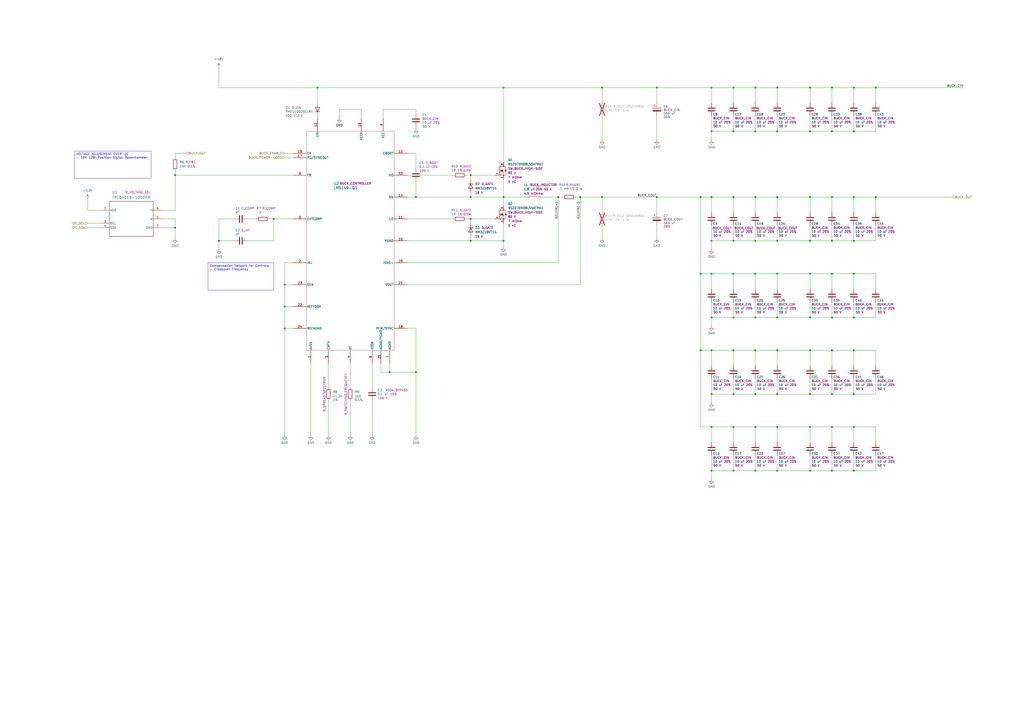
<source format=kicad_sch>
(kicad_sch (version 20250114) (generator "eeschema") (generator_version "9.0")
  (paper "A2")
  (title_block (title "Buck Converter Module") (date "[24.12.24]") (rev "RevC, V1.1") (company "Rack Robotics, Inc."))
  (text_box "Compensation Network for Controls \n- Crossover Frequency" (at 120.65 152.4 0) (size 38.1 15.875) (margins 0.9525 0.9525 0.9525 0.9525) (effects (font (size 1.27 1.27)) (justify left top)))
  (text_box "VOLTAGE ADJUSTMENT OVER I2C \n- 10K 128-Position Digital Potentiometer" (at 43.18 87.63 0) (size 44.45 15.875) (margins 0.9525 0.9525 0.9525 0.9525) (effects (font (size 1.27 1.27)) (justify left top)))
  (junction (at 469.9 247.65))
  (junction (at 412.75 247.65))
  (junction (at 425.45 50.8))
  (junction (at 425.45 247.65))
  (junction (at 450.85 273.05))
  (junction (at 508 114.3))
  (junction (at 469.9 203.2))
  (junction (at 381 50.8))
  (junction (at 425.45 228.6))
  (junction (at 438.15 273.05))
  (junction (at 469.9 76.2))
  (junction (at 482.6 184.15))
  (junction (at 450.85 50.8))
  (junction (at 425.45 184.15))
  (junction (at 336.55 114.3))
  (junction (at 450.85 76.2))
  (junction (at 450.85 203.2))
  (junction (at 495.3 228.6))
  (junction (at 425.45 114.3))
  (junction (at 425.45 76.2))
  (junction (at 412.75 228.6))
  (junction (at 165.1 190.5))
  (junction (at 469.9 184.15))
  (junction (at 495.3 114.3))
  (junction (at 482.6 114.3))
  (junction (at 438.15 158.75))
  (junction (at 273.05 101.6))
  (junction (at 273.05 127))
  (junction (at 273.05 114.3))
  (junction (at 438.15 76.2))
  (junction (at 165.1 165.1))
  (junction (at 469.9 273.05))
  (junction (at 165.1 177.8))
  (junction (at 412.75 50.8))
  (junction (at 381 114.3))
  (junction (at 406.4 158.75))
  (junction (at 450.85 184.15))
  (junction (at 482.6 76.2))
  (junction (at 450.85 139.7))
  (junction (at 349.25 114.3))
  (junction (at 495.3 76.2))
  (junction (at 412.75 76.2))
  (junction (at 184.15 50.8))
  (junction (at 425.45 158.75))
  (junction (at 127 139.7))
  (junction (at 412.75 158.75))
  (junction (at 482.6 273.05))
  (junction (at 412.75 273.05))
  (junction (at 495.3 203.2))
  (junction (at 450.85 228.6))
  (junction (at 241.3 215.9))
  (junction (at 292.1 139.7))
  (junction (at 323.85 114.3))
  (junction (at 495.3 139.7))
  (junction (at 495.3 50.8))
  (junction (at 495.3 247.65))
  (junction (at 101.6 101.6))
  (junction (at 292.1 50.8))
  (junction (at 469.9 228.6))
  (junction (at 438.15 228.6))
  (junction (at 241.3 114.3))
  (junction (at 482.6 247.65))
  (junction (at 158.75 127))
  (junction (at 406.4 114.3))
  (junction (at 482.6 158.75))
  (junction (at 450.85 247.65))
  (junction (at 438.15 247.65))
  (junction (at 292.1 114.3))
  (junction (at 438.15 139.7))
  (junction (at 508 50.8))
  (junction (at 438.15 114.3))
  (junction (at 412.75 184.15))
  (junction (at 469.9 114.3))
  (junction (at 469.9 139.7))
  (junction (at 469.9 50.8))
  (junction (at 273.05 139.7))
  (junction (at 226.06 215.9))
  (junction (at 425.45 139.7))
  (junction (at 482.6 139.7))
  (junction (at 412.75 203.2))
  (junction (at 450.85 114.3))
  (junction (at 425.45 203.2))
  (junction (at 469.9 158.75))
  (junction (at 412.75 114.3))
  (junction (at 406.4 203.2))
  (junction (at 495.3 273.05))
  (junction (at 101.6 132.08))
  (junction (at 450.85 158.75))
  (junction (at 412.75 139.7))
  (junction (at 482.6 203.2))
  (junction (at 495.3 158.75))
  (junction (at 495.3 184.15))
  (junction (at 425.45 273.05))
  (junction (at 438.15 203.2))
  (junction (at 349.25 50.8))
  (junction (at 482.6 50.8))
  (junction (at 438.15 184.15))
  (junction (at 482.6 228.6))
  (junction (at 438.15 50.8))
  (wire (pts (xy 292.1 104.14) (xy 292.1 114.3)))
  (wire (pts (xy 412.75 158.75) (xy 425.45 158.75)))
  (wire (pts (xy 495.3 247.65) (xy 495.3 256.54)))
  (wire (pts (xy 165.1 165.1) (xy 170.18 165.1)))
  (wire (pts (xy 222.25 63.5) (xy 241.3 63.5)))
  (wire (pts (xy 273.05 139.7) (xy 292.1 139.7)))
  (wire (pts (xy 165.1 152.4) (xy 165.1 165.1)))
  (wire (pts (xy 425.45 76.2) (xy 438.15 76.2)))
  (wire (pts (xy 236.22 152.4) (xy 323.85 152.4)))
  (wire (pts (xy 469.9 184.15) (xy 482.6 184.15)))
  (wire (pts (xy 438.15 184.15) (xy 450.85 184.15)))
  (wire (pts (xy 558.8 50.8) (xy 508 50.8)))
  (wire (pts (xy 313.69 114.3) (xy 323.85 114.3)))
  (wire (pts (xy 273.05 101.6) (xy 273.05 104.14)))
  (wire (pts (xy 412.75 114.3) (xy 425.45 114.3)))
  (wire (pts (xy 438.15 247.65) (xy 438.15 256.54)))
  (wire (pts (xy 236.22 127) (xy 262.89 127)))
  (wire (pts (xy 482.6 264.16) (xy 482.6 273.05)))
  (wire (pts (xy 508 264.16) (xy 508 273.05)))
  (wire (pts (xy 190.5 232.41) (xy 190.5 252.73)))
  (wire (pts (xy 469.9 203.2) (xy 469.9 212.09)))
  (wire (pts (xy 495.3 114.3) (xy 495.3 123.19)))
  (wire (pts (xy 438.15 247.65) (xy 450.85 247.65)))
  (wire (pts (xy 127 139.7) (xy 127 127)))
  (wire (pts (xy 508 158.75) (xy 508 167.64)))
  (wire (pts (xy 495.3 158.75) (xy 495.3 167.64)))
  (wire (pts (xy 425.45 228.6) (xy 438.15 228.6)))
  (wire (pts (xy 438.15 130.81) (xy 438.15 139.7)))
  (wire (pts (xy 495.3 50.8) (xy 495.3 59.69)))
  (wire (pts (xy 425.45 184.15) (xy 438.15 184.15)))
  (wire (pts (xy 226.06 210.82) (xy 226.06 215.9)))
  (wire (pts (xy 495.3 50.8) (xy 508 50.8)))
  (wire (pts (xy 241.3 105.41) (xy 241.3 114.3)))
  (wire (pts (xy 425.45 158.75) (xy 425.45 167.64)))
  (wire (pts (xy 349.25 50.8) (xy 349.25 59.69)))
  (wire (pts (xy 412.75 189.23) (xy 412.75 184.15)))
  (wire (pts (xy 412.75 50.8) (xy 425.45 50.8)))
  (wire (pts (xy 184.15 68.58) (xy 184.15 67.31)))
  (wire (pts (xy 101.6 121.92) (xy 101.6 101.6)))
  (wire (pts (xy 425.45 114.3) (xy 438.15 114.3)))
  (wire (pts (xy 292.1 50.8) (xy 349.25 50.8)))
  (wire (pts (xy 450.85 175.26) (xy 450.85 184.15)))
  (wire (pts (xy 241.3 73.66) (xy 241.3 74.93)))
  (wire (pts (xy 450.85 247.65) (xy 469.9 247.65)))
  (wire (pts (xy 412.75 50.8) (xy 412.75 59.69)))
  (wire (pts (xy 406.4 158.75) (xy 412.75 158.75)))
  (wire (pts (xy 273.05 111.76) (xy 273.05 114.3)))
  (wire (pts (xy 495.3 203.2) (xy 495.3 212.09)))
  (wire (pts (xy 412.75 278.13) (xy 412.75 273.05)))
  (wire (pts (xy 349.25 50.8) (xy 381 50.8)))
  (wire (pts (xy 190.5 210.82) (xy 190.5 224.79)))
  (wire (pts (xy 165.1 177.8) (xy 165.1 190.5)))
  (wire (pts (xy 101.6 88.9) (xy 101.6 91.44)))
  (wire (pts (xy 236.22 139.7) (xy 273.05 139.7)))
  (wire (pts (xy 143.51 139.7) (xy 158.75 139.7)))
  (wire (pts (xy 412.75 67.31) (xy 412.75 76.2)))
  (wire (pts (xy 406.4 203.2) (xy 412.75 203.2)))
  (wire (pts (xy 412.75 184.15) (xy 425.45 184.15)))
  (wire (pts (xy 165.1 91.44) (xy 170.18 91.44)))
  (wire (pts (xy 165.1 190.5) (xy 170.18 190.5)))
  (wire (pts (xy 236.22 190.5) (xy 241.3 190.5)))
  (wire (pts (xy 292.1 143.51) (xy 292.1 139.7)))
  (wire (pts (xy 482.6 130.81) (xy 482.6 139.7)))
  (wire (pts (xy 482.6 50.8) (xy 482.6 59.69)))
  (wire (pts (xy 412.75 139.7) (xy 425.45 139.7)))
  (wire (pts (xy 469.9 247.65) (xy 482.6 247.65)))
  (wire (pts (xy 241.3 190.5) (xy 241.3 215.9)))
  (wire (pts (xy 412.75 228.6) (xy 425.45 228.6)))
  (wire (pts (xy 412.75 81.28) (xy 412.75 76.2)))
  (wire (pts (xy 495.3 273.05) (xy 508 273.05)))
  (wire (pts (xy 273.05 127) (xy 287.02 127)))
  (wire (pts (xy 469.9 273.05) (xy 482.6 273.05)))
  (wire (pts (xy 450.85 203.2) (xy 450.85 212.09)))
  (wire (pts (xy 425.45 273.05) (xy 438.15 273.05)))
  (wire (pts (xy 450.85 228.6) (xy 469.9 228.6)))
  (wire (pts (xy 156.21 127) (xy 158.75 127)))
  (wire (pts (xy 50.8 132.08) (xy 58.42 132.08)))
  (wire (pts (xy 425.45 50.8) (xy 425.45 59.69)))
  (wire (pts (xy 412.75 203.2) (xy 412.75 212.09)))
  (wire (pts (xy 438.15 158.75) (xy 450.85 158.75)))
  (wire (pts (xy 450.85 114.3) (xy 469.9 114.3)))
  (wire (pts (xy 406.4 203.2) (xy 406.4 247.65)))
  (wire (pts (xy 425.45 139.7) (xy 438.15 139.7)))
  (wire (pts (xy 469.9 264.16) (xy 469.9 273.05)))
  (wire (pts (xy 412.75 247.65) (xy 425.45 247.65)))
  (wire (pts (xy 215.9 210.82) (xy 215.9 224.79)))
  (wire (pts (xy 273.05 127) (xy 273.05 129.54)))
  (wire (pts (xy 469.9 114.3) (xy 469.9 123.19)))
  (wire (pts (xy 203.2 210.82) (xy 203.2 224.79)))
  (wire (pts (xy 425.45 203.2) (xy 425.45 212.09)))
  (wire (pts (xy 425.45 114.3) (xy 425.45 123.19)))
  (wire (pts (xy 508 67.31) (xy 508 76.2)))
  (wire (pts (xy 438.15 203.2) (xy 450.85 203.2)))
  (wire (pts (xy 336.55 114.3) (xy 349.25 114.3)))
  (wire (pts (xy 438.15 139.7) (xy 450.85 139.7)))
  (wire (pts (xy 482.6 175.26) (xy 482.6 184.15)))
  (wire (pts (xy 508 114.3) (xy 508 123.19)))
  (wire (pts (xy 203.2 232.41) (xy 203.2 252.73)))
  (wire (pts (xy 336.55 114.3) (xy 336.55 165.1)))
  (wire (pts (xy 438.15 50.8) (xy 450.85 50.8)))
  (wire (pts (xy 495.3 130.81) (xy 495.3 139.7)))
  (wire (pts (xy 196.85 68.58) (xy 196.85 63.5)))
  (wire (pts (xy 412.75 219.71) (xy 412.75 228.6)))
  (wire (pts (xy 469.9 50.8) (xy 469.9 59.69)))
  (wire (pts (xy 482.6 50.8) (xy 469.9 50.8)))
  (wire (pts (xy 450.85 158.75) (xy 469.9 158.75)))
  (wire (pts (xy 412.75 158.75) (xy 412.75 167.64)))
  (wire (pts (xy 469.9 158.75) (xy 482.6 158.75)))
  (wire (pts (xy 165.1 177.8) (xy 170.18 177.8)))
  (wire (pts (xy 438.15 158.75) (xy 438.15 167.64)))
  (wire (pts (xy 236.22 114.3) (xy 241.3 114.3)))
  (wire (pts (xy 165.1 190.5) (xy 165.1 252.73)))
  (wire (pts (xy 336.55 114.3) (xy 334.01 114.3)))
  (wire (pts (xy 438.15 50.8) (xy 438.15 59.69)))
  (wire (pts (xy 101.6 99.06) (xy 101.6 101.6)))
  (wire (pts (xy 236.22 165.1) (xy 336.55 165.1)))
  (wire (pts (xy 292.1 139.7) (xy 292.1 129.54)))
  (wire (pts (xy 292.1 114.3) (xy 306.07 114.3)))
  (wire (pts (xy 469.9 139.7) (xy 482.6 139.7)))
  (wire (pts (xy 292.1 50.8) (xy 292.1 93.98)))
  (wire (pts (xy 101.6 127) (xy 101.6 132.08)))
  (wire (pts (xy 412.75 247.65) (xy 412.75 256.54)))
  (wire (pts (xy 158.75 139.7) (xy 158.75 127)))
  (wire (pts (xy 425.45 50.8) (xy 438.15 50.8)))
  (wire (pts (xy 412.75 203.2) (xy 425.45 203.2)))
  (wire (pts (xy 450.85 67.31) (xy 450.85 76.2)))
  (wire (pts (xy 469.9 114.3) (xy 482.6 114.3)))
  (wire (pts (xy 412.75 130.81) (xy 412.75 139.7)))
  (wire (pts (xy 270.51 127) (xy 273.05 127)))
  (wire (pts (xy 406.4 114.3) (xy 412.75 114.3)))
  (wire (pts (xy 450.85 247.65) (xy 450.85 256.54)))
  (wire (pts (xy 196.85 63.5) (xy 209.55 63.5)))
  (wire (pts (xy 127 144.78) (xy 127 139.7)))
  (wire (pts (xy 323.85 114.3) (xy 326.39 114.3)))
  (wire (pts (xy 406.4 114.3) (xy 406.4 158.75)))
  (wire (pts (xy 482.6 247.65) (xy 482.6 256.54)))
  (wire (pts (xy 495.3 114.3) (xy 508 114.3)))
  (wire (pts (xy 412.75 264.16) (xy 412.75 273.05)))
  (wire (pts (xy 220.98 215.9) (xy 226.06 215.9)))
  (wire (pts (xy 469.9 130.81) (xy 469.9 139.7)))
  (wire (pts (xy 127 50.8) (xy 184.15 50.8)))
  (wire (pts (xy 425.45 247.65) (xy 438.15 247.65)))
  (wire (pts (xy 438.15 264.16) (xy 438.15 273.05)))
  (wire (pts (xy 482.6 273.05) (xy 495.3 273.05)))
  (wire (pts (xy 349.25 114.3) (xy 349.25 123.19)))
  (wire (pts (xy 482.6 247.65) (xy 495.3 247.65)))
  (wire (pts (xy 425.45 130.81) (xy 425.45 139.7)))
  (wire (pts (xy 482.6 203.2) (xy 482.6 212.09)))
  (wire (pts (xy 349.25 130.81) (xy 349.25 138.43)))
  (wire (pts (xy 93.98 132.08) (xy 101.6 132.08)))
  (wire (pts (xy 482.6 76.2) (xy 495.3 76.2)))
  (wire (pts (xy 438.15 175.26) (xy 438.15 184.15)))
  (wire (pts (xy 215.9 232.41) (xy 215.9 252.73)))
  (wire (pts (xy 209.55 63.5) (xy 209.55 68.58)))
  (wire (pts (xy 101.6 101.6) (xy 170.18 101.6)))
  (wire (pts (xy 482.6 114.3) (xy 495.3 114.3)))
  (wire (pts (xy 438.15 273.05) (xy 450.85 273.05)))
  (wire (pts (xy 482.6 139.7) (xy 495.3 139.7)))
  (wire (pts (xy 482.6 184.15) (xy 495.3 184.15)))
  (wire (pts (xy 469.9 67.31) (xy 469.9 76.2)))
  (wire (pts (xy 495.3 184.15) (xy 508 184.15)))
  (wire (pts (xy 412.75 175.26) (xy 412.75 184.15)))
  (wire (pts (xy 469.9 228.6) (xy 482.6 228.6)))
  (wire (pts (xy 50.8 115.57) (xy 50.8 121.92)))
  (wire (pts (xy 165.1 152.4) (xy 170.18 152.4)))
  (wire (pts (xy 438.15 219.71) (xy 438.15 228.6)))
  (wire (pts (xy 381 50.8) (xy 412.75 50.8)))
  (wire (pts (xy 273.05 101.6) (xy 287.02 101.6)))
  (wire (pts (xy 412.75 76.2) (xy 425.45 76.2)))
  (wire (pts (xy 292.1 114.3) (xy 292.1 119.38)))
  (wire (pts (xy 508 50.8) (xy 508 59.69)))
  (wire (pts (xy 482.6 228.6) (xy 495.3 228.6)))
  (wire (pts (xy 495.3 67.31) (xy 495.3 76.2)))
  (wire (pts (xy 93.98 121.92) (xy 101.6 121.92)))
  (wire (pts (xy 495.3 158.75) (xy 508 158.75)))
  (wire (pts (xy 349.25 67.31) (xy 349.25 81.28)))
  (wire (pts (xy 381 130.81) (xy 381 138.43)))
  (wire (pts (xy 482.6 67.31) (xy 482.6 76.2)))
  (wire (pts (xy 241.3 63.5) (xy 241.3 66.04)))
  (wire (pts (xy 482.6 50.8) (xy 495.3 50.8)))
  (wire (pts (xy 425.45 219.71) (xy 425.45 228.6)))
  (wire (pts (xy 482.6 219.71) (xy 482.6 228.6)))
  (wire (pts (xy 552.45 114.3) (xy 508 114.3)))
  (wire (pts (xy 381 50.8) (xy 381 59.69)))
  (wire (pts (xy 482.6 158.75) (xy 495.3 158.75)))
  (wire (pts (xy 450.85 76.2) (xy 469.9 76.2)))
  (wire (pts (xy 495.3 76.2) (xy 508 76.2)))
  (wire (pts (xy 241.3 215.9) (xy 241.3 252.73)))
  (wire (pts (xy 412.75 233.68) (xy 412.75 228.6)))
  (wire (pts (xy 495.3 264.16) (xy 495.3 273.05)))
  (wire (pts (xy 425.45 264.16) (xy 425.45 273.05)))
  (wire (pts (xy 508 130.81) (xy 508 139.7)))
  (wire (pts (xy 184.15 50.8) (xy 292.1 50.8)))
  (wire (pts (xy 450.85 158.75) (xy 450.85 167.64)))
  (wire (pts (xy 381 114.3) (xy 406.4 114.3)))
  (wire (pts (xy 425.45 203.2) (xy 438.15 203.2)))
  (wire (pts (xy 180.34 210.82) (xy 180.34 252.73)))
  (wire (pts (xy 438.15 76.2) (xy 450.85 76.2)))
  (wire (pts (xy 184.15 59.69) (xy 184.15 50.8)))
  (wire (pts (xy 381 114.3) (xy 381 123.19)))
  (wire (pts (xy 270.51 101.6) (xy 273.05 101.6)))
  (wire (pts (xy 438.15 228.6) (xy 450.85 228.6)))
  (wire (pts (xy 406.4 247.65) (xy 412.75 247.65)))
  (wire (pts (xy 50.8 129.54) (xy 58.42 129.54)))
  (wire (pts (xy 222.25 68.58) (xy 222.25 63.5)))
  (wire (pts (xy 101.6 132.08) (xy 101.6 138.43)))
  (wire (pts (xy 508 175.26) (xy 508 184.15)))
  (wire (pts (xy 438.15 67.31) (xy 438.15 76.2)))
  (wire (pts (xy 381 67.31) (xy 381 81.28)))
  (wire (pts (xy 273.05 114.3) (xy 292.1 114.3)))
  (wire (pts (xy 450.85 139.7) (xy 469.9 139.7)))
  (wire (pts (xy 165.1 88.9) (xy 170.18 88.9)))
  (wire (pts (xy 412.75 114.3) (xy 412.75 123.19)))
  (wire (pts (xy 323.85 152.4) (xy 323.85 114.3)))
  (wire (pts (xy 482.6 158.75) (xy 482.6 167.64)))
  (wire (pts (xy 438.15 203.2) (xy 438.15 212.09)))
  (wire (pts (xy 236.22 101.6) (xy 262.89 101.6)))
  (wire (pts (xy 495.3 139.7) (xy 508 139.7)))
  (wire (pts (xy 438.15 114.3) (xy 438.15 123.19)))
  (wire (pts (xy 450.85 184.15) (xy 469.9 184.15)))
  (wire (pts (xy 241.3 114.3) (xy 273.05 114.3)))
  (wire (pts (xy 495.3 219.71) (xy 495.3 228.6)))
  (wire (pts (xy 127 127) (xy 135.89 127)))
  (wire (pts (xy 226.06 215.9) (xy 241.3 215.9)))
  (wire (pts (xy 508 247.65) (xy 508 256.54)))
  (wire (pts (xy 241.3 97.79) (xy 241.3 88.9)))
  (wire (pts (xy 482.6 203.2) (xy 495.3 203.2)))
  (wire (pts (xy 93.98 127) (xy 101.6 127)))
  (wire (pts (xy 220.98 210.82) (xy 220.98 215.9)))
  (wire (pts (xy 469.9 76.2) (xy 482.6 76.2)))
  (wire (pts (xy 469.9 175.26) (xy 469.9 184.15)))
  (wire (pts (xy 469.9 219.71) (xy 469.9 228.6)))
  (wire (pts (xy 50.8 121.92) (xy 58.42 121.92)))
  (wire (pts (xy 127 39.37) (xy 127 50.8)))
  (wire (pts (xy 469.9 203.2) (xy 482.6 203.2)))
  (wire (pts (xy 495.3 175.26) (xy 495.3 184.15)))
  (wire (pts (xy 127 139.7) (xy 135.89 139.7)))
  (wire (pts (xy 438.15 114.3) (xy 450.85 114.3)))
  (wire (pts (xy 450.85 130.81) (xy 450.85 139.7)))
  (wire (pts (xy 469.9 158.75) (xy 469.9 167.64)))
  (wire (pts (xy 450.85 114.3) (xy 450.85 123.19)))
  (wire (pts (xy 450.85 264.16) (xy 450.85 273.05)))
  (wire (pts (xy 349.25 114.3) (xy 381 114.3)))
  (wire (pts (xy 107.95 88.9) (xy 101.6 88.9)))
  (wire (pts (xy 450.85 50.8) (xy 469.9 50.8)))
  (wire (pts (xy 469.9 247.65) (xy 469.9 256.54)))
  (wire (pts (xy 165.1 165.1) (xy 165.1 177.8)))
  (wire (pts (xy 508 203.2) (xy 508 212.09)))
  (wire (pts (xy 425.45 158.75) (xy 438.15 158.75)))
  (wire (pts (xy 450.85 203.2) (xy 469.9 203.2)))
  (wire (pts (xy 450.85 219.71) (xy 450.85 228.6)))
  (wire (pts (xy 450.85 50.8) (xy 450.85 59.69)))
  (wire (pts (xy 495.3 203.2) (xy 508 203.2)))
  (wire (pts (xy 508 219.71) (xy 508 228.6)))
  (wire (pts (xy 495.3 247.65) (xy 508 247.65)))
  (wire (pts (xy 412.75 273.05) (xy 425.45 273.05)))
  (wire (pts (xy 143.51 127) (xy 148.59 127)))
  (wire (pts (xy 273.05 137.16) (xy 273.05 139.7)))
  (wire (pts (xy 412.75 144.78) (xy 412.75 139.7)))
  (wire (pts (xy 425.45 175.26) (xy 425.45 184.15)))
  (wire (pts (xy 495.3 228.6) (xy 508 228.6)))
  (wire (pts (xy 241.3 88.9) (xy 236.22 88.9)))
  (wire (pts (xy 482.6 114.3) (xy 482.6 123.19)))
  (wire (pts (xy 158.75 127) (xy 170.18 127)))
  (wire (pts (xy 450.85 273.05) (xy 469.9 273.05)))
  (wire (pts (xy 425.45 247.65) (xy 425.45 256.54)))
  (wire (pts (xy 425.45 67.31) (xy 425.45 76.2)))
  (wire (pts (xy 406.4 158.75) (xy 406.4 203.2)))
  (label "BUCK_CIN" (at 558.8 50.8 180))
  (label "BUCK_COUT" (at 381 114.3 180))
  (label "KELVIN(-)" (at 336.55 127 90))
  (label "KELVIN(+)" (at 323.85 127 90))
  (hierarchical_label "BUCK_ENABLE" (shape input) (at 165.1 88.9 180))
  (hierarchical_label "BUCK_POWER-GOOD" (shape input) (at 165.1 91.44 180))
  (hierarchical_label "I2C_SDA" (shape input) (at 50.8 132.08 180))
  (hierarchical_label "BUCK_OUT" (shape input) (at 107.95 88.9 0))
  (hierarchical_label "BUCK_OUT" (shape input) (at 552.45 114.3 0))
  (hierarchical_label "I2C_SCL" (shape input) (at 50.8 129.54 180))
  (symbol (lib_id "Device:R") (at 266.7 101.6 90) (unit 1)
    (property "Reference" "R10" (at 263.652 96.52 90))
    (property "Value" "1R" (at 263.144 98.806 90))
    (property "Footprint" "Resistor_SMD:R_1206_3216Metric" (effects (hide yes)))
    (property "Datasheet" "https://www.yageo.com/upload/media/product/productsearch/datasheet/rchip/PYu-AC_51_RoHS_L_10.pdf" (effects (hide yes)))
    (property "Description" "1 Ohms ±1% 0.5W, 1/2W Chip Resistor 1206 (3216 Metric) Automotive AEC-Q200, Moisture Resistant Thick Film" (effects (hide yes)))
    (property "Manufacturer" "YAGEO" (effects (hide yes)))
    (property "Manufacturer#" "AC1206FR-7W1RL" (effects (hide yes)))
    (property "Distributor" "Digikey Electronics, Inc." (effects (hide yes)))
    (property "Distributor#" "13-AC1206FR-7W1RLCT-ND" (effects (hide yes)))
    (property "Role" "R_GATE" (at 270.002 96.52 90))
    (property "Tolerance" "1%" (at 266.7 98.806 90))
    (property "Power" "0.5W" (at 271.018 98.806 90))
  )
  (symbol (lib_id "Device:C") (at 482.6 260.35 0) (unit 1)
    (property "Reference" "C37" (at 483.362 263.144 0) (effects (justify left)))
    (property "Value" "10 uF" (at 483.362 267.716 0) (effects (justify left)))
    (property "Footprint" "Capacitor_SMD:C_1206_3216Metric" (effects (hide yes)))
    (property "Datasheet" "https://mm.digikey.com/Volume0/opasdata/d220001/medias/docus/6358/CL31A106MBHNNNE.pdf" (effects (hide yes)))
    (property "Description" "10 µF ±20% 50V Ceramic Capacitor X5R 1206 (3216 Metric)" (effects (hide yes)))
    (property "Manufacturer" "Samsung Electro-Mechanics" (effects (hide yes)))
    (property "Manufacturer#" "CL31A106MBHNNNE" (effects (hide yes)))
    (property "Distributor" "Digikey Electronics, Inc." (effects (hide yes)))
    (property "Distributor#" "1276-6736-1-ND" (effects (hide yes)))
    (property "Role" "BUCK_CIN" (at 488.188 265.43 0))
    (property "Tolerance" "20%" (at 491.744 267.716 0))
    (property "Max Voltage" "50 V" (at 485.902 270.002 0))
  )
  (symbol (lib_id "Device:C") (at 508 127 0) (unit 1)
    (property "Reference" "C44" (at 508.762 129.794 0) (effects (justify left)))
    (property "Value" "10 uF" (at 508.762 134.366 0) (effects (justify left)))
    (property "Footprint" "Capacitor_SMD:C_1206_3216Metric" (effects (hide yes)))
    (property "Datasheet" "https://mm.digikey.com/Volume0/opasdata/d220001/medias/docus/6358/CL31A106MBHNNNE.pdf" (effects (hide yes)))
    (property "Description" "10 µF ±20% 50V Ceramic Capacitor X5R 1206 (3216 Metric)" (effects (hide yes)))
    (property "Manufacturer" "Samsung Electro-Mechanics" (effects (hide yes)))
    (property "Manufacturer#" "CL31A106MBHNNNE" (effects (hide yes)))
    (property "Distributor" "Digikey Electronics, Inc." (effects (hide yes)))
    (property "Distributor#" "1276-6736-1-ND" (effects (hide yes)))
    (property "Role" "BUCK_CIN" (at 513.588 132.08 0))
    (property "Tolerance" "20%" (at 517.144 134.366 0))
    (property "Max Voltage" "50 V" (at 511.302 136.652 0))
  )
  (symbol (lib_id "Device:C_Polarized") (at 381 63.5 0) (unit 1)
    (property "Reference" "C6" (at 384.81 61.722 0) (effects (justify left)))
    (property "Value" "560 uF" (at 384.81 65.786 0) (effects (justify left)))
    (property "Footprint" "powercore-development:PHA225" (effects (hide yes)))
    (property "Datasheet" "https://search.kemet.com/component-documentation/download/datasheet/PHA225MLP3560QE4" (effects (hide yes)))
    (property "Description" "560 µF 63 V Aluminum - Polymer Capacitors Axial, Can 92mOhm 3000 Hrs @ 125°C" (effects (hide yes)))
    (property "Manufacturer" "KEMET" (effects (hide yes)))
    (property "Manufacturer#" "PHA225MLP3560QE4" (effects (hide yes)))
    (property "Distributor" "Digikey Electronics, Inc." (effects (hide yes)))
    (property "Distributor#" "399-PHA225MLP3560QE4-ND" (effects (hide yes)))
    (property "Role" "BUCK_CIN" (at 389.636 63.754 0))
    (property "Tolerance" "20%" (at 386.842 67.818 0))
    (property "Lifetime" "30000" (effects (hide yes)))
    (property "RMS Current" "40.9" (effects (hide yes)))
  )
  (symbol (lib_id "power:GND") (at 180.34 252.73 0) (unit 1)
    (property "Reference" "#PWR012" (effects (hide yes)))
    (property "Value" "GND" (at 180.34 256.794 0))
    (property "Description" "Power symbol creates a global label with name \"GND\" , ground" (effects (hide yes)))
  )
  (symbol (lib_id "Device:C") (at 425.45 260.35 0) (unit 1)
    (property "Reference" "C17" (at 426.212 263.144 0) (effects (justify left)))
    (property "Value" "10 uF" (at 426.212 267.716 0) (effects (justify left)))
    (property "Footprint" "Capacitor_SMD:C_1206_3216Metric" (effects (hide yes)))
    (property "Datasheet" "https://mm.digikey.com/Volume0/opasdata/d220001/medias/docus/6358/CL31A106MBHNNNE.pdf" (effects (hide yes)))
    (property "Description" "10 µF ±20% 50V Ceramic Capacitor X5R 1206 (3216 Metric)" (effects (hide yes)))
    (property "Manufacturer" "Samsung Electro-Mechanics" (effects (hide yes)))
    (property "Manufacturer#" "CL31A106MBHNNNE" (effects (hide yes)))
    (property "Distributor" "Digikey Electronics, Inc." (effects (hide yes)))
    (property "Distributor#" "1276-6736-1-ND" (effects (hide yes)))
    (property "Role" "BUCK_CIN" (at 431.038 265.43 0))
    (property "Tolerance" "20%" (at 434.594 267.716 0))
    (property "Max Voltage" "50 V" (at 428.752 270.002 0))
  )
  (symbol (lib_id "power:GND") (at 215.9 252.73 0) (unit 1)
    (property "Reference" "#PWR016" (effects (hide yes)))
    (property "Value" "GND" (at 215.9 256.794 0))
    (property "Description" "Power symbol creates a global label with name \"GND\" , ground" (effects (hide yes)))
  )
  (symbol (lib_id "power:GND") (at 381 81.28 0) (unit 1)
    (property "Reference" "#PWR022" (effects (hide yes)))
    (property "Value" "GND" (at 381 85.344 0))
    (property "Description" "Power symbol creates a global label with name \"GND\" , ground" (effects (hide yes)))
  )
  (symbol (lib_id "Device:C") (at 241.3 69.85 0) (unit 1)
    (property "Reference" "C4" (at 244.856 66.548 0) (effects (justify left)))
    (property "Value" "10 uF" (at 244.856 71.12 0) (effects (justify left)))
    (property "Footprint" "Capacitor_SMD:C_1206_3216Metric" (effects (hide yes)))
    (property "Datasheet" "https://mm.digikey.com/Volume0/opasdata/d220001/medias/docus/6358/CL31A106MBHNNNE.pdf" (effects (hide yes)))
    (property "Description" "10 µF ±20% 50V Ceramic Capacitor X5R 1206 (3216 Metric)" (effects (hide yes)))
    (property "Manufacturer" "Samsung Electro-Mechanics" (effects (hide yes)))
    (property "Manufacturer#" "CL31A106MBHNNNE" (effects (hide yes)))
    (property "Distributor" "Digikey Electronics, Inc." (effects (hide yes)))
    (property "Distributor#" "1276-6736-1-ND" (effects (hide yes)))
    (property "Role" "BUCK_CIN" (at 249.682 68.834 0))
    (property "Tolerance" "20%" (at 253.238 71.12 0))
    (property "Max Voltage" "50 V" (at 247.396 73.406 0))
  )
  (symbol (lib_id "power:GND") (at 412.75 189.23 0) (unit 1)
    (property "Reference" "#PWR026" (effects (hide yes)))
    (property "Value" "GND" (at 412.75 193.294 0))
    (property "Description" "Power symbol creates a global label with name \"GND\" , ground" (effects (hide yes)))
  )
  (symbol (lib_id "Device:C") (at 412.75 171.45 0) (unit 1)
    (property "Reference" "C10" (at 413.512 174.244 0) (effects (justify left)))
    (property "Value" "10 uF" (at 413.512 178.816 0) (effects (justify left)))
    (property "Footprint" "Capacitor_SMD:C_1206_3216Metric" (effects (hide yes)))
    (property "Datasheet" "https://mm.digikey.com/Volume0/opasdata/d220001/medias/docus/6358/CL31A106MBHNNNE.pdf" (effects (hide yes)))
    (property "Description" "10 µF ±20% 50V Ceramic Capacitor X5R 1206 (3216 Metric)" (effects (hide yes)))
    (property "Manufacturer" "Samsung Electro-Mechanics" (effects (hide yes)))
    (property "Manufacturer#" "CL31A106MBHNNNE" (effects (hide yes)))
    (property "Distributor" "Digikey Electronics, Inc." (effects (hide yes)))
    (property "Distributor#" "1276-6736-1-ND" (effects (hide yes)))
    (property "Role" "BUCK_CIN" (at 418.338 176.53 0))
    (property "Tolerance" "20%" (at 421.894 178.816 0))
    (property "Max Voltage" "50 V" (at 416.052 181.102 0))
  )
  (symbol (lib_id "powercore-development:BSZ070N08LS5ATMA1") (at 289.56 99.06 0) (unit 1)
    (property "Reference" "Q1" (at 294.64 92.7099 0) (effects (justify left)))
    (property "Value" "BSZ070N08LS5ATMA1" (at 294.64 95.2499 0) (effects (justify left)))
    (property "Datasheet" "https://www.infineon.com/dgdl/Infineon-BSZ146N10LS5-DS-v02_02-EN.pdf?fileId=5546d4625696ed760156e6c1a0a327fc" (effects (hide yes)))
    (property "Description" "N-Channel 80 V 40A (Tc) 69W (Tc) Surface Mount PG-TSDSON-8-FL" (effects (hide yes)))
    (property "Manufacturer" "Infineon Technologies" (effects (hide yes)))
    (property "Manufacturer#" "BSZ070N08LS5ATMA1" (effects (hide yes)))
    (property "Distributor" "Digkey Electronics, Inc." (effects (hide yes)))
    (property "Distributor#" "448-BSZ070N08LS5ATMA1CT-ND" (effects (hide yes)))
    (property "Role" "SW_BUCK_HIGH-SIDE" (at 294.64 97.7899 0) (effects (justify left)))
    (property "V(DS)" "80 V" (at 294.64 100.3299 0) (effects (justify left)))
    (property "R(DS)ON" "7 mOhm" (at 294.64 102.8699 0) (effects (justify left)))
    (property "I(D)" "5 nC" (at 294.64 105.4099 0) (effects (justify left)))
  )
  (symbol (lib_id "Device:C") (at 139.7 139.7 90) (unit 1)
    (property "Reference" "C2" (at 137.922 133.604 90))
    (property "Value" "pF" (at 137.922 135.636 90))
    (property "Footprint" "Capacitor_SMD:C_0603_1608Metric" (effects (hide yes)))
    (property "Datasheet" "NULL" (effects (hide yes)))
    (property "Description" "NULL" (effects (hide yes)))
    (property "Manufacturer" "NULL" (effects (hide yes)))
    (property "Manufacturer#" "NULL" (effects (hide yes)))
    (property "Distributor" "NULL" (effects (hide yes)))
    (property "Distributor#" "NULL" (effects (hide yes)))
    (property "Role" "C_HF" (at 142.494 133.604 90))
    (property "Tolerance" "NULL" (effects (hide yes)))
    (property "Power" "NULL" (effects (hide yes)))
  )
  (symbol (lib_id "Device:C") (at 495.3 63.5 0) (unit 1)
    (property "Reference" "C38" (at 496.062 66.294 0) (effects (justify left)))
    (property "Value" "10 uF" (at 496.062 70.866 0) (effects (justify left)))
    (property "Footprint" "Capacitor_SMD:C_1206_3216Metric" (effects (hide yes)))
    (property "Datasheet" "https://mm.digikey.com/Volume0/opasdata/d220001/medias/docus/6358/CL31A106MBHNNNE.pdf" (effects (hide yes)))
    (property "Description" "10 µF ±20% 50V Ceramic Capacitor X5R 1206 (3216 Metric)" (effects (hide yes)))
    (property "Manufacturer" "Samsung Electro-Mechanics" (effects (hide yes)))
    (property "Manufacturer#" "CL31A106MBHNNNE" (effects (hide yes)))
    (property "Distributor" "Digikey Electronics, Inc." (effects (hide yes)))
    (property "Distributor#" "1276-6736-1-ND" (effects (hide yes)))
    (property "Role" "BUCK_CIN" (at 500.888 68.58 0))
    (property "Tolerance" "20%" (at 504.444 70.866 0))
    (property "Max Voltage" "50 V" (at 498.602 73.152 0))
  )
  (symbol (lib_id "Device:C") (at 482.6 215.9 0) (unit 1)
    (property "Reference" "C36" (at 483.362 218.694 0) (effects (justify left)))
    (property "Value" "10 uF" (at 483.362 223.266 0) (effects (justify left)))
    (property "Footprint" "Capacitor_SMD:C_1206_3216Metric" (effects (hide yes)))
    (property "Datasheet" "https://mm.digikey.com/Volume0/opasdata/d220001/medias/docus/6358/CL31A106MBHNNNE.pdf" (effects (hide yes)))
    (property "Description" "10 µF ±20% 50V Ceramic Capacitor X5R 1206 (3216 Metric)" (effects (hide yes)))
    (property "Manufacturer" "Samsung Electro-Mechanics" (effects (hide yes)))
    (property "Manufacturer#" "CL31A106MBHNNNE" (effects (hide yes)))
    (property "Distributor" "Digikey Electronics, Inc." (effects (hide yes)))
    (property "Distributor#" "1276-6736-1-ND" (effects (hide yes)))
    (property "Role" "BUCK_CIN" (at 488.188 220.98 0))
    (property "Tolerance" "20%" (at 491.744 223.266 0))
    (property "Max Voltage" "50 V" (at 485.902 225.552 0))
  )
  (symbol (lib_id "power:GND") (at 412.75 81.28 0) (unit 1)
    (property "Reference" "#PWR024" (effects (hide yes)))
    (property "Value" "GND" (at 412.75 85.344 0))
    (property "Description" "Power symbol creates a global label with name \"GND\" , ground" (effects (hide yes)))
  )
  (symbol (lib_id "power:GND") (at 241.3 252.73 0) (unit 1)
    (property "Reference" "#PWR018" (effects (hide yes)))
    (property "Value" "GND" (at 241.3 256.794 0))
    (property "Description" "Power symbol creates a global label with name \"GND\" , ground" (effects (hide yes)))
  )
  (symbol (lib_id "Device:C") (at 450.85 171.45 0) (unit 1)
    (property "Reference" "C25" (at 451.612 174.244 0) (effects (justify left)))
    (property "Value" "10 uF" (at 451.612 178.816 0) (effects (justify left)))
    (property "Footprint" "Capacitor_SMD:C_1206_3216Metric" (effects (hide yes)))
    (property "Datasheet" "https://mm.digikey.com/Volume0/opasdata/d220001/medias/docus/6358/CL31A106MBHNNNE.pdf" (effects (hide yes)))
    (property "Description" "10 µF ±20% 50V Ceramic Capacitor X5R 1206 (3216 Metric)" (effects (hide yes)))
    (property "Manufacturer" "Samsung Electro-Mechanics" (effects (hide yes)))
    (property "Manufacturer#" "CL31A106MBHNNNE" (effects (hide yes)))
    (property "Distributor" "Digikey Electronics, Inc." (effects (hide yes)))
    (property "Distributor#" "1276-6736-1-ND" (effects (hide yes)))
    (property "Role" "BUCK_CIN" (at 456.438 176.53 0))
    (property "Tolerance" "20%" (at 459.994 178.816 0))
    (property "Max Voltage" "50 V" (at 454.152 181.102 0))
  )
  (symbol (lib_id "Device:D_Zener") (at 273.05 133.35 270) (unit 1)
    (property "Reference" "D3" (at 275.59 132.0799 90) (effects (justify left)))
    (property "Value" "MM3Z18VT1G" (at 275.59 134.6199 90) (effects (justify left)))
    (property "Footprint" "Diode_SMD:D_SOD-323" (effects (hide yes)))
    (property "Datasheet" "Zener Diode 18 V 300 mW ±6% Surface Mount SOD-323" (effects (hide yes)))
    (property "Description" "Zener Diode 18 V 300 mW ±6% Surface Mount SOD-323" (effects (hide yes)))
    (property "Manufacturer" "onsemi" (effects (hide yes)))
    (property "Manufacturer#" "MM3Z18VT1GOSCT-ND" (effects (hide yes)))
    (property "Distributor" "Digikey Electronics, Inc." (effects (hide yes)))
    (property "Distributor#" "MM3Z18VT1GOSCT-ND" (effects (hide yes)))
    (property "Role" "D_GATE" (at 282.702 132.08 90))
    (property "Zener Voltage" "18 V" (at 277.876 137.16 90))
    (property "Tolerance" "6%" (effects (hide yes)))
    (property "Impedance" "45 " (effects (hide yes)))
  )
  (symbol (lib_id "Device:C") (at 425.45 215.9 0) (unit 1)
    (property "Reference" "C16" (at 426.212 218.694 0) (effects (justify left)))
    (property "Value" "10 uF" (at 426.212 223.266 0) (effects (justify left)))
    (property "Footprint" "Capacitor_SMD:C_1206_3216Metric" (effects (hide yes)))
    (property "Datasheet" "https://mm.digikey.com/Volume0/opasdata/d220001/medias/docus/6358/CL31A106MBHNNNE.pdf" (effects (hide yes)))
    (property "Description" "10 µF ±20% 50V Ceramic Capacitor X5R 1206 (3216 Metric)" (effects (hide yes)))
    (property "Manufacturer" "Samsung Electro-Mechanics" (effects (hide yes)))
    (property "Manufacturer#" "CL31A106MBHNNNE" (effects (hide yes)))
    (property "Distributor" "Digikey Electronics, Inc." (effects (hide yes)))
    (property "Distributor#" "1276-6736-1-ND" (effects (hide yes)))
    (property "Role" "BUCK_CIN" (at 431.038 220.98 0))
    (property "Tolerance" "20%" (at 434.594 223.266 0))
    (property "Max Voltage" "50 V" (at 428.752 225.552 0))
  )
  (symbol (lib_id "Device:C") (at 241.3 101.6 0) (unit 1)
    (property "Reference" "C5" (at 243.078 94.488 0) (effects (justify left)))
    (property "Value" "0.1 uF" (at 243.078 96.774 0) (effects (justify left)))
    (property "Footprint" "Capacitor_SMD:C_0603_1608Metric" (effects (hide yes)))
    (property "Datasheet" "https://www.digikey.com/en/models/3476111" (effects (hide yes)))
    (property "Description" "0.1 µF ±10% 100V Ceramic Capacitor X7R 0603 (1608 Metric)" (effects (hide yes)))
    (property "Manufacturer" "YAGEO" (effects (hide yes)))
    (property "Manufacturer#" "CC0603KRX7R0BB104" (effects (hide yes)))
    (property "Distributor" "Digikey Electronics, Inc." (effects (hide yes)))
    (property "Distributor#" "311-1523-1-ND" (effects (hide yes)))
    (property "Role" "C_BOOT" (at 250.444 94.488 0))
    (property "Tolerance" "10%" (at 251.968 96.774 0))
    (property "Max Voltage" "100 V" (at 246.126 99.06 0))
  )
  (symbol (lib_id "Device:C") (at 469.9 260.35 0) (unit 1)
    (property "Reference" "C32" (at 470.662 263.144 0) (effects (justify left)))
    (property "Value" "10 uF" (at 470.662 267.716 0) (effects (justify left)))
    (property "Footprint" "Capacitor_SMD:C_1206_3216Metric" (effects (hide yes)))
    (property "Datasheet" "https://mm.digikey.com/Volume0/opasdata/d220001/medias/docus/6358/CL31A106MBHNNNE.pdf" (effects (hide yes)))
    (property "Description" "10 µF ±20% 50V Ceramic Capacitor X5R 1206 (3216 Metric)" (effects (hide yes)))
    (property "Manufacturer" "Samsung Electro-Mechanics" (effects (hide yes)))
    (property "Manufacturer#" "CL31A106MBHNNNE" (effects (hide yes)))
    (property "Distributor" "Digikey Electronics, Inc." (effects (hide yes)))
    (property "Distributor#" "1276-6736-1-ND" (effects (hide yes)))
    (property "Role" "BUCK_CIN" (at 475.488 265.43 0))
    (property "Tolerance" "20%" (at 479.044 267.716 0))
    (property "Max Voltage" "50 V" (at 473.202 270.002 0))
  )
  (symbol (lib_id "Device:R") (at 190.5 228.6 0) (unit 1)
    (property "Reference" "R8" (at 193.04 227.3299 0) (effects (justify left)))
    (property "Value" "41.2K" (at 193.04 229.8699 0) (effects (justify left)))
    (property "Footprint" "Resistor_SMD:R_0603_1608Metric" (effects (hide yes)))
    (property "Datasheet" "https://www.yageo.com/upload/media/product/products/datasheet/rchip/PYu-RC_Group_51_RoHS_L_12.pdf" (effects (hide yes)))
    (property "Description" "41.2 kOhms ±1% 0.1W, 1/10W Chip Resistor 0603 (1608 Metric) Moisture Resistant Thick Film" (effects (hide yes)))
    (property "Manufacturer" "YAGEO" (effects (hide yes)))
    (property "Manufacturer#" "RC0603FR-0741K2L" (effects (hide yes)))
    (property "Distributor" "Digikey Electronics, Inc." (effects (hide yes)))
    (property "Distributor#" "311-41.2KHRCT-ND" (effects (hide yes)))
    (property "Role" "R_SPREAD_SPECTRUM" (at 188.214 228.6 90))
    (property "Tolerance" "1%" (at 194.564 231.902 0))
  )
  (symbol (lib_id "Device:C") (at 412.75 63.5 0) (unit 1)
    (property "Reference" "C8" (at 413.512 66.294 0) (effects (justify left)))
    (property "Value" "10 uF" (at 413.512 70.866 0) (effects (justify left)))
    (property "Footprint" "Capacitor_SMD:C_1206_3216Metric" (effects (hide yes)))
    (property "Datasheet" "https://mm.digikey.com/Volume0/opasdata/d220001/medias/docus/6358/CL31A106MBHNNNE.pdf" (effects (hide yes)))
    (property "Description" "10 µF ±20% 50V Ceramic Capacitor X5R 1206 (3216 Metric)" (effects (hide yes)))
    (property "Manufacturer" "Samsung Electro-Mechanics" (effects (hide yes)))
    (property "Manufacturer#" "CL31A106MBHNNNE" (effects (hide yes)))
    (property "Distributor" "Digikey Electronics, Inc." (effects (hide yes)))
    (property "Distributor#" "1276-6736-1-ND" (effects (hide yes)))
    (property "Role" "BUCK_CIN" (at 418.338 68.58 0))
    (property "Tolerance" "20%" (at 421.894 70.866 0))
    (property "Max Voltage" "50 V" (at 416.052 73.152 0))
  )
  (symbol (lib_id "Device:C") (at 438.15 127 0) (unit 1)
    (property "Reference" "C19" (at 438.912 129.794 0) (effects (justify left)))
    (property "Value" "10 uF" (at 438.912 134.366 0) (effects (justify left)))
    (property "Footprint" "Capacitor_SMD:C_1206_3216Metric" (effects (hide yes)))
    (property "Datasheet" "https://mm.digikey.com/Volume0/opasdata/d220001/medias/docus/6358/CL31A106MBHNNNE.pdf" (effects (hide yes)))
    (property "Description" "10 µF ±20% 50V Ceramic Capacitor X5R 1206 (3216 Metric)" (effects (hide yes)))
    (property "Manufacturer" "Samsung Electro-Mechanics" (effects (hide yes)))
    (property "Manufacturer#" "CL31A106MBHNNNE" (effects (hide yes)))
    (property "Distributor" "Digikey Electronics, Inc." (effects (hide yes)))
    (property "Distributor#" "1276-6736-1-ND" (effects (hide yes)))
    (property "Role" "BUCK_COUT" (at 444.246 132.334 0))
    (property "Tolerance" "20%" (at 447.294 134.366 0))
    (property "Max Voltage" "50 V" (at 441.452 136.652 0))
  )
  (symbol (lib_id "Device:R") (at 101.6 95.25 180) (unit 1)
    (property "Reference" "R6" (at 104.14 93.9799 0) (effects (justify right)))
    (property "Value" "15K" (at 104.14 96.5199 0) (effects (justify right)))
    (property "Footprint" "Resistor_SMD:R_0603_1608Metric" (effects (hide yes)))
    (property "Datasheet" "https://www.yageo.com/upload/media/product/app/datasheet/rchip/pyu-rt_1-to-0.01_rohs_l.pdf" (effects (hide yes)))
    (property "Description" "15 kOhms ±0.1% 0.1W, 1/10W Chip Resistor 0603 (1608 Metric) Thin Film" (effects (hide yes)))
    (property "Manufacturer" "YAGEO" (effects (hide yes)))
    (property "Manufacturer#" "RT0603BRD0715KL" (effects (hide yes)))
    (property "Distributor" "Digikey Electronics, Inc." (effects (hide yes)))
    (property "Distributor#" "YAG1538CT-ND" (effects (hide yes)))
    (property "Role" "R_FB1" (at 110.49 93.98 0))
    (property "Tolerance" "0.1%" (at 110.998 96.52 0))
    (property "Power" "1/10 W" (effects (hide yes)))
  )
  (symbol (lib_id "Device:L") (at 309.88 114.3 90) (unit 1)
    (property "Reference" "L1" (at 305.054 107.188 90))
    (property "Value" "1.8 uH" (at 307.086 109.728 90))
    (property "Footprint" "powercore-development:SRP1245A" (effects (hide yes)))
    (property "Datasheet" "https://www.bourns.com/docs/Product-Datasheets/SRP1245A.pdf" (effects (hide yes)))
    (property "Description" "1.8 µH Shielded Drum Core, Wirewound Inductor 21 A 4.9mOhm Max Nonstandard" (effects (hide yes)))
    (property "Manufacturer" "SRP1245A-1R8M" (effects (hide yes)))
    (property "Manufacturer#" "SRP1245A-1R8M" (effects (hide yes)))
    (property "Distributor" "Digikey Electronics, Inc." (effects (hide yes)))
    (property "Distributor#" "SRP1245A-1R8MCT-ND" (effects (hide yes)))
    (property "Role" "BUCK_INDUCTOR" (at 315.214 107.188 90))
    (property "Tolerance" "20%" (at 312.674 109.728 90))
    (property "DCR" "4.9 mOhms" (at 309.372 112.268 90))
    (property "Current Rating" "21 A" (effects (hide yes)))
    (property "Saturation" "40 A" (at 317.754 109.728 90))
  )
  (symbol (lib_id "Device:R") (at 266.7 127 90) (unit 1)
    (property "Reference" "R11" (at 263.652 121.92 90))
    (property "Value" "1R" (at 263.144 124.206 90))
    (property "Footprint" "Resistor_SMD:R_1206_3216Metric" (effects (hide yes)))
    (property "Datasheet" "https://www.yageo.com/upload/media/product/productsearch/datasheet/rchip/PYu-AC_51_RoHS_L_10.pdf" (effects (hide yes)))
    (property "Description" "1 Ohms ±1% 0.5W, 1/2W Chip Resistor 1206 (3216 Metric) Automotive AEC-Q200, Moisture Resistant Thick Film" (effects (hide yes)))
    (property "Manufacturer" "YAGEO" (effects (hide yes)))
    (property "Manufacturer#" "AC1206FR-7W1RL" (effects (hide yes)))
    (property "Distributor" "Digikey Electronics, Inc." (effects (hide yes)))
    (property "Distributor#" "13-AC1206FR-7W1RLCT-ND" (effects (hide yes)))
    (property "Role" "R_GATE" (at 270.002 121.92 90))
    (property "Tolerance" "1%" (at 266.7 124.206 90))
    (property "Power" "0.5W" (at 271.018 124.206 90))
  )
  (symbol (lib_id "Device:C") (at 438.15 215.9 0) (unit 1)
    (property "Reference" "C21" (at 438.912 218.694 0) (effects (justify left)))
    (property "Value" "10 uF" (at 438.912 223.266 0) (effects (justify left)))
    (property "Footprint" "Capacitor_SMD:C_1206_3216Metric" (effects (hide yes)))
    (property "Datasheet" "https://mm.digikey.com/Volume0/opasdata/d220001/medias/docus/6358/CL31A106MBHNNNE.pdf" (effects (hide yes)))
    (property "Description" "10 µF ±20% 50V Ceramic Capacitor X5R 1206 (3216 Metric)" (effects (hide yes)))
    (property "Manufacturer" "Samsung Electro-Mechanics" (effects (hide yes)))
    (property "Manufacturer#" "CL31A106MBHNNNE" (effects (hide yes)))
    (property "Distributor" "Digikey Electronics, Inc." (effects (hide yes)))
    (property "Distributor#" "1276-6736-1-ND" (effects (hide yes)))
    (property "Role" "BUCK_CIN" (at 443.738 220.98 0))
    (property "Tolerance" "20%" (at 447.294 223.266 0))
    (property "Max Voltage" "50 V" (at 441.452 225.552 0))
  )
  (symbol (lib_id "Device:C") (at 495.3 215.9 0) (unit 1)
    (property "Reference" "C41" (at 496.062 218.694 0) (effects (justify left)))
    (property "Value" "10 uF" (at 496.062 223.266 0) (effects (justify left)))
    (property "Footprint" "Capacitor_SMD:C_1206_3216Metric" (effects (hide yes)))
    (property "Datasheet" "https://mm.digikey.com/Volume0/opasdata/d220001/medias/docus/6358/CL31A106MBHNNNE.pdf" (effects (hide yes)))
    (property "Description" "10 µF ±20% 50V Ceramic Capacitor X5R 1206 (3216 Metric)" (effects (hide yes)))
    (property "Manufacturer" "Samsung Electro-Mechanics" (effects (hide yes)))
    (property "Manufacturer#" "CL31A106MBHNNNE" (effects (hide yes)))
    (property "Distributor" "Digikey Electronics, Inc." (effects (hide yes)))
    (property "Distributor#" "1276-6736-1-ND" (effects (hide yes)))
    (property "Role" "BUCK_CIN" (at 500.888 220.98 0))
    (property "Tolerance" "20%" (at 504.444 223.266 0))
    (property "Max Voltage" "50 V" (at 498.602 225.552 0))
  )
  (symbol (lib_id "Device:C") (at 482.6 127 0) (unit 1)
    (property "Reference" "C34" (at 483.362 129.794 0) (effects (justify left)))
    (property "Value" "10 uF" (at 483.362 134.366 0) (effects (justify left)))
    (property "Footprint" "Capacitor_SMD:C_1206_3216Metric" (effects (hide yes)))
    (property "Datasheet" "https://mm.digikey.com/Volume0/opasdata/d220001/medias/docus/6358/CL31A106MBHNNNE.pdf" (effects (hide yes)))
    (property "Description" "10 µF ±20% 50V Ceramic Capacitor X5R 1206 (3216 Metric)" (effects (hide yes)))
    (property "Manufacturer" "Samsung Electro-Mechanics" (effects (hide yes)))
    (property "Manufacturer#" "CL31A106MBHNNNE" (effects (hide yes)))
    (property "Distributor" "Digikey Electronics, Inc." (effects (hide yes)))
    (property "Distributor#" "1276-6736-1-ND" (effects (hide yes)))
    (property "Role" "BUCK_CIN" (at 488.188 132.08 0))
    (property "Tolerance" "20%" (at 491.744 134.366 0))
    (property "Max Voltage" "50 V" (at 485.902 136.652 0))
  )
  (symbol (lib_id "power:GND") (at 412.75 278.13 0) (unit 1)
    (property "Reference" "#PWR028" (effects (hide yes)))
    (property "Value" "GND" (at 412.75 282.194 0))
    (property "Description" "Power symbol creates a global label with name \"GND\" , ground" (effects (hide yes)))
  )
  (symbol (lib_id "Device:C") (at 450.85 63.5 0) (unit 1)
    (property "Reference" "C23" (at 451.612 66.294 0) (effects (justify left)))
    (property "Value" "10 uF" (at 451.612 70.866 0) (effects (justify left)))
    (property "Footprint" "Capacitor_SMD:C_1206_3216Metric" (effects (hide yes)))
    (property "Datasheet" "https://mm.digikey.com/Volume0/opasdata/d220001/medias/docus/6358/CL31A106MBHNNNE.pdf" (effects (hide yes)))
    (property "Description" "10 µF ±20% 50V Ceramic Capacitor X5R 1206 (3216 Metric)" (effects (hide yes)))
    (property "Manufacturer" "Samsung Electro-Mechanics" (effects (hide yes)))
    (property "Manufacturer#" "CL31A106MBHNNNE" (effects (hide yes)))
    (property "Distributor" "Digikey Electronics, Inc." (effects (hide yes)))
    (property "Distributor#" "1276-6736-1-ND" (effects (hide yes)))
    (property "Role" "BUCK_CIN" (at 456.438 68.58 0))
    (property "Tolerance" "20%" (at 459.994 70.866 0))
    (property "Max Voltage" "50 V" (at 454.152 73.152 0))
  )
  (symbol (lib_id "Device:C") (at 450.85 260.35 0) (unit 1)
    (property "Reference" "C27" (at 451.612 263.144 0) (effects (justify left)))
    (property "Value" "10 uF" (at 451.612 267.716 0) (effects (justify left)))
    (property "Footprint" "Capacitor_SMD:C_1206_3216Metric" (effects (hide yes)))
    (property "Datasheet" "https://mm.digikey.com/Volume0/opasdata/d220001/medias/docus/6358/CL31A106MBHNNNE.pdf" (effects (hide yes)))
    (property "Description" "10 µF ±20% 50V Ceramic Capacitor X5R 1206 (3216 Metric)" (effects (hide yes)))
    (property "Manufacturer" "Samsung Electro-Mechanics" (effects (hide yes)))
    (property "Manufacturer#" "CL31A106MBHNNNE" (effects (hide yes)))
    (property "Distributor" "Digikey Electronics, Inc." (effects (hide yes)))
    (property "Distributor#" "1276-6736-1-ND" (effects (hide yes)))
    (property "Role" "BUCK_CIN" (at 456.438 265.43 0))
    (property "Tolerance" "20%" (at 459.994 267.716 0))
    (property "Max Voltage" "50 V" (at 454.152 270.002 0))
  )
  (symbol (lib_id "Device:C") (at 450.85 127 0) (unit 1)
    (property "Reference" "C24" (at 451.612 129.794 0) (effects (justify left)))
    (property "Value" "10 uF" (at 451.612 134.366 0) (effects (justify left)))
    (property "Footprint" "Capacitor_SMD:C_1206_3216Metric" (effects (hide yes)))
    (property "Datasheet" "https://mm.digikey.com/Volume0/opasdata/d220001/medias/docus/6358/CL31A106MBHNNNE.pdf" (effects (hide yes)))
    (property "Description" "10 µF ±20% 50V Ceramic Capacitor X5R 1206 (3216 Metric)" (effects (hide yes)))
    (property "Manufacturer" "Samsung Electro-Mechanics" (effects (hide yes)))
    (property "Manufacturer#" "CL31A106MBHNNNE" (effects (hide yes)))
    (property "Distributor" "Digikey Electronics, Inc." (effects (hide yes)))
    (property "Distributor#" "1276-6736-1-ND" (effects (hide yes)))
    (property "Role" "BUCK_COUT" (at 456.946 132.334 0))
    (property "Tolerance" "20%" (at 459.994 134.366 0))
    (property "Max Voltage" "50 V" (at 454.152 136.652 0))
  )
  (symbol (lib_id "Device:C") (at 469.9 215.9 0) (unit 1)
    (property "Reference" "C31" (at 470.662 218.694 0) (effects (justify left)))
    (property "Value" "10 uF" (at 470.662 223.266 0) (effects (justify left)))
    (property "Footprint" "Capacitor_SMD:C_1206_3216Metric" (effects (hide yes)))
    (property "Datasheet" "https://mm.digikey.com/Volume0/opasdata/d220001/medias/docus/6358/CL31A106MBHNNNE.pdf" (effects (hide yes)))
    (property "Description" "10 µF ±20% 50V Ceramic Capacitor X5R 1206 (3216 Metric)" (effects (hide yes)))
    (property "Manufacturer" "Samsung Electro-Mechanics" (effects (hide yes)))
    (property "Manufacturer#" "CL31A106MBHNNNE" (effects (hide yes)))
    (property "Distributor" "Digikey Electronics, Inc." (effects (hide yes)))
    (property "Distributor#" "1276-6736-1-ND" (effects (hide yes)))
    (property "Role" "BUCK_CIN" (at 475.488 220.98 0))
    (property "Tolerance" "20%" (at 479.044 223.266 0))
    (property "Max Voltage" "50 V" (at 473.202 225.552 0))
  )
  (symbol (lib_id "Device:R") (at 152.4 127 90) (unit 1)
    (property "Reference" "R7" (at 150.114 120.904 90))
    (property "Value" "K" (at 151.13 123.19 90))
    (property "Footprint" "Resistor_SMD:R_0603_1608Metric" (effects (hide yes)))
    (property "Datasheet" "NULL" (effects (hide yes)))
    (property "Description" "NULL" (effects (hide yes)))
    (property "Manufacturer" "NULL" (effects (hide yes)))
    (property "Manufacturer#" "NULL" (effects (hide yes)))
    (property "Distributor" "NULL" (effects (hide yes)))
    (property "Distributor#" "NULL" (effects (hide yes)))
    (property "Role" "R_COMP" (at 155.956 120.904 90))
  )
  (symbol (lib_id "Device:C") (at 425.45 171.45 0) (unit 1)
    (property "Reference" "C15" (at 426.212 174.244 0) (effects (justify left)))
    (property "Value" "10 uF" (at 426.212 178.816 0) (effects (justify left)))
    (property "Footprint" "Capacitor_SMD:C_1206_3216Metric" (effects (hide yes)))
    (property "Datasheet" "https://mm.digikey.com/Volume0/opasdata/d220001/medias/docus/6358/CL31A106MBHNNNE.pdf" (effects (hide yes)))
    (property "Description" "10 µF ±20% 50V Ceramic Capacitor X5R 1206 (3216 Metric)" (effects (hide yes)))
    (property "Manufacturer" "Samsung Electro-Mechanics" (effects (hide yes)))
    (property "Manufacturer#" "CL31A106MBHNNNE" (effects (hide yes)))
    (property "Distributor" "Digikey Electronics, Inc." (effects (hide yes)))
    (property "Distributor#" "1276-6736-1-ND" (effects (hide yes)))
    (property "Role" "BUCK_CIN" (at 431.038 176.53 0))
    (property "Tolerance" "20%" (at 434.594 178.816 0))
    (property "Max Voltage" "50 V" (at 428.752 181.102 0))
  )
  (symbol (lib_id "powercore-development:LM5149-Q1") (at 177.8 76.2 0) (unit 1)
    (property "Reference" "U2" (at 195.072 106.426 0) (effects (font (size 1.524 1.524))))
    (property "Value" "LM5149-Q1" (at 200.406 108.966 0) (effects (font (size 1.524 1.524))))
    (property "Footprint" "powercore-development:LM5149-Q1" (effects (hide yes)))
    (property "Datasheet" "https://www.ti.com/lit/gpn/lm5149-q1" (effects (hide yes)))
    (property "Description" "80-V automotive synchronous buck DC/DC controller with ultra-low IQ and integrated active EMI filter" (effects (hide yes)))
    (property "Manufacturer" "Texas Instruments " (effects (hide yes)))
    (property "Manufacturer#" "LM5149QRGYRQ1" (effects (hide yes)))
    (property "Distributor" "Texas Instruments " (effects (hide yes)))
    (property "Distributor#" "LM5149QRGYRQ1" (effects (hide yes)))
    (property "Role" "BUCK_CONTROLLER" (at 206.248 106.426 0))
  )
  (symbol (lib_id "power:GND") (at 292.1 143.51 0) (unit 1)
    (property "Reference" "#PWR019" (effects (hide yes)))
    (property "Value" "GND" (at 292.1 147.574 0))
    (property "Description" "Power symbol creates a global label with name \"GND\" , ground" (effects (hide yes)))
  )
  (symbol (lib_id "power:GND") (at 190.5 252.73 0) (unit 1)
    (property "Reference" "#PWR013" (effects (hide yes)))
    (property "Value" "GND" (at 190.5 256.794 0))
    (property "Description" "Power symbol creates a global label with name \"GND\" , ground" (effects (hide yes)))
  )
  (symbol (lib_id "power:GND") (at 349.25 138.43 0) (unit 1)
    (property "Reference" "#PWR021" (effects (hide yes)))
    (property "Value" "GND" (at 349.25 142.494 0))
    (property "Description" "Power symbol creates a global label with name \"GND\" , ground" (effects (hide yes)))
  )
  (symbol (lib_id "power:GND") (at 165.1 252.73 0) (unit 1)
    (property "Reference" "#PWR011" (effects (hide yes)))
    (property "Value" "GND" (at 165.1 256.794 0))
    (property "Description" "Power symbol creates a global label with name \"GND\" , ground" (effects (hide yes)))
  )
  (symbol (lib_id "Device:C") (at 469.9 63.5 0) (unit 1)
    (property "Reference" "C28" (at 470.662 66.294 0) (effects (justify left)))
    (property "Value" "10 uF" (at 470.662 70.866 0) (effects (justify left)))
    (property "Footprint" "Capacitor_SMD:C_1206_3216Metric" (effects (hide yes)))
    (property "Datasheet" "https://mm.digikey.com/Volume0/opasdata/d220001/medias/docus/6358/CL31A106MBHNNNE.pdf" (effects (hide yes)))
    (property "Description" "10 µF ±20% 50V Ceramic Capacitor X5R 1206 (3216 Metric)" (effects (hide yes)))
    (property "Manufacturer" "Samsung Electro-Mechanics" (effects (hide yes)))
    (property "Manufacturer#" "CL31A106MBHNNNE" (effects (hide yes)))
    (property "Distributor" "Digikey Electronics, Inc." (effects (hide yes)))
    (property "Distributor#" "1276-6736-1-ND" (effects (hide yes)))
    (property "Role" "BUCK_CIN" (at 475.488 68.58 0))
    (property "Tolerance" "20%" (at 479.044 70.866 0))
    (property "Max Voltage" "50 V" (at 473.202 73.152 0))
  )
  (symbol (lib_id "Device:C") (at 438.15 260.35 0) (unit 1)
    (property "Reference" "C22" (at 438.912 263.144 0) (effects (justify left)))
    (property "Value" "10 uF" (at 438.912 267.716 0) (effects (justify left)))
    (property "Footprint" "Capacitor_SMD:C_1206_3216Metric" (effects (hide yes)))
    (property "Datasheet" "https://mm.digikey.com/Volume0/opasdata/d220001/medias/docus/6358/CL31A106MBHNNNE.pdf" (effects (hide yes)))
    (property "Description" "10 µF ±20% 50V Ceramic Capacitor X5R 1206 (3216 Metric)" (effects (hide yes)))
    (property "Manufacturer" "Samsung Electro-Mechanics" (effects (hide yes)))
    (property "Manufacturer#" "CL31A106MBHNNNE" (effects (hide yes)))
    (property "Distributor" "Digikey Electronics, Inc." (effects (hide yes)))
    (property "Distributor#" "1276-6736-1-ND" (effects (hide yes)))
    (property "Role" "BUCK_CIN" (at 443.738 265.43 0))
    (property "Tolerance" "20%" (at 447.294 267.716 0))
    (property "Max Voltage" "50 V" (at 441.452 270.002 0))
  )
  (symbol (lib_id "power:+48V") (at 127 39.37 0) (unit 1)
    (property "Reference" "#PWR09" (effects (hide yes)))
    (property "Value" "+48V" (at 127 34.29 0))
    (property "Description" "Power symbol creates a global label with name \"+48V\"" (effects (hide yes)))
  )
  (symbol (lib_id "Device:C_Polarized") (at 381 127 0) (unit 1)
    (property "Reference" "C7" (at 384.81 125.222 0) (effects (justify left)))
    (property "Value" "560 uF" (at 384.81 129.286 0) (effects (justify left)))
    (property "Footprint" "powercore-development:PHA225" (effects (hide yes)))
    (property "Datasheet" "https://search.kemet.com/component-documentation/download/datasheet/PHA225MLP3560QE4" (effects (hide yes)))
    (property "Description" "560 µF 63 V Aluminum - Polymer Capacitors Axial, Can 92mOhm 3000 Hrs @ 125°C" (effects (hide yes)))
    (property "Manufacturer" "KEMET" (effects (hide yes)))
    (property "Manufacturer#" "PHA225MLP3560QE4" (effects (hide yes)))
    (property "Distributor" "Digikey Electronics, Inc." (effects (hide yes)))
    (property "Distributor#" "399-PHA225MLP3560QE4-ND" (effects (hide yes)))
    (property "Role" "BUCK_COUT" (at 390.398 127.254 0))
    (property "Tolerance" "20%" (at 386.842 131.318 0))
    (property "Lifetime" "30000" (effects (hide yes)))
    (property "RMS Current" "40.9" (effects (hide yes)))
  )
  (symbol (lib_id "power:GND") (at 203.2 252.73 0) (unit 1)
    (property "Reference" "#PWR015" (effects (hide yes)))
    (property "Value" "GND" (at 203.2 256.794 0))
    (property "Description" "Power symbol creates a global label with name \"GND\" , ground" (effects (hide yes)))
  )
  (symbol (lib_id "Device:C") (at 508 260.35 0) (unit 1)
    (property "Reference" "C47" (at 508.762 263.144 0) (effects (justify left)))
    (property "Value" "10 uF" (at 508.762 267.716 0) (effects (justify left)))
    (property "Footprint" "Capacitor_SMD:C_1206_3216Metric" (effects (hide yes)))
    (property "Datasheet" "https://mm.digikey.com/Volume0/opasdata/d220001/medias/docus/6358/CL31A106MBHNNNE.pdf" (effects (hide yes)))
    (property "Description" "10 µF ±20% 50V Ceramic Capacitor X5R 1206 (3216 Metric)" (effects (hide yes)))
    (property "Manufacturer" "Samsung Electro-Mechanics" (effects (hide yes)))
    (property "Manufacturer#" "CL31A106MBHNNNE" (effects (hide yes)))
    (property "Distributor" "Digikey Electronics, Inc." (effects (hide yes)))
    (property "Distributor#" "1276-6736-1-ND" (effects (hide yes)))
    (property "Role" "BUCK_CIN" (at 513.588 265.43 0))
    (property "Tolerance" "20%" (at 517.144 267.716 0))
    (property "Max Voltage" "50 V" (at 511.302 270.002 0))
  )
  (symbol (lib_id "Device:C") (at 482.6 171.45 0) (unit 1)
    (property "Reference" "C35" (at 483.362 174.244 0) (effects (justify left)))
    (property "Value" "10 uF" (at 483.362 178.816 0) (effects (justify left)))
    (property "Footprint" "Capacitor_SMD:C_1206_3216Metric" (effects (hide yes)))
    (property "Datasheet" "https://mm.digikey.com/Volume0/opasdata/d220001/medias/docus/6358/CL31A106MBHNNNE.pdf" (effects (hide yes)))
    (property "Description" "10 µF ±20% 50V Ceramic Capacitor X5R 1206 (3216 Metric)" (effects (hide yes)))
    (property "Manufacturer" "Samsung Electro-Mechanics" (effects (hide yes)))
    (property "Manufacturer#" "CL31A106MBHNNNE" (effects (hide yes)))
    (property "Distributor" "Digikey Electronics, Inc." (effects (hide yes)))
    (property "Distributor#" "1276-6736-1-ND" (effects (hide yes)))
    (property "Role" "BUCK_CIN" (at 488.188 176.53 0))
    (property "Tolerance" "20%" (at 491.744 178.816 0))
    (property "Max Voltage" "50 V" (at 485.902 181.102 0))
  )
  (symbol (lib_id "Device:C") (at 438.15 171.45 0) (unit 1)
    (property "Reference" "C20" (at 438.912 174.244 0) (effects (justify left)))
    (property "Value" "10 uF" (at 438.912 178.816 0) (effects (justify left)))
    (property "Footprint" "Capacitor_SMD:C_1206_3216Metric" (effects (hide yes)))
    (property "Datasheet" "https://mm.digikey.com/Volume0/opasdata/d220001/medias/docus/6358/CL31A106MBHNNNE.pdf" (effects (hide yes)))
    (property "Description" "10 µF ±20% 50V Ceramic Capacitor X5R 1206 (3216 Metric)" (effects (hide yes)))
    (property "Manufacturer" "Samsung Electro-Mechanics" (effects (hide yes)))
    (property "Manufacturer#" "CL31A106MBHNNNE" (effects (hide yes)))
    (property "Distributor" "Digikey Electronics, Inc." (effects (hide yes)))
    (property "Distributor#" "1276-6736-1-ND" (effects (hide yes)))
    (property "Role" "BUCK_CIN" (at 443.738 176.53 0))
    (property "Tolerance" "20%" (at 447.294 178.816 0))
    (property "Max Voltage" "50 V" (at 441.452 181.102 0))
  )
  (symbol (lib_id "Device:C") (at 495.3 171.45 0) (unit 1)
    (property "Reference" "C40" (at 496.062 174.244 0) (effects (justify left)))
    (property "Value" "10 uF" (at 496.062 178.816 0) (effects (justify left)))
    (property "Footprint" "Capacitor_SMD:C_1206_3216Metric" (effects (hide yes)))
    (property "Datasheet" "https://mm.digikey.com/Volume0/opasdata/d220001/medias/docus/6358/CL31A106MBHNNNE.pdf" (effects (hide yes)))
    (property "Description" "10 µF ±20% 50V Ceramic Capacitor X5R 1206 (3216 Metric)" (effects (hide yes)))
    (property "Manufacturer" "Samsung Electro-Mechanics" (effects (hide yes)))
    (property "Manufacturer#" "CL31A106MBHNNNE" (effects (hide yes)))
    (property "Distributor" "Digikey Electronics, Inc." (effects (hide yes)))
    (property "Distributor#" "1276-6736-1-ND" (effects (hide yes)))
    (property "Role" "BUCK_CIN" (at 500.888 176.53 0))
    (property "Tolerance" "20%" (at 504.444 178.816 0))
    (property "Max Voltage" "50 V" (at 498.602 181.102 0))
  )
  (symbol (lib_id "power:+3.3V") (at 50.8 115.57 0) (unit 1)
    (property "Reference" "#PWR07" (effects (hide yes)))
    (property "Value" "+3.3V" (at 50.8 110.49 0))
    (property "Description" "Power symbol creates a global label with name \"+3.3V\"" (effects (hide yes)))
  )
  (symbol (lib_id "Device:R") (at 349.25 63.5 180) (unit 1) (dnp yes)
    (property "Reference" "R13" (at 352.806 61.722 0))
    (property "Value" "4.7K" (at 353.06 64.008 0))
    (property "Footprint" "Resistor_SMD:R_2512_6332Metric" (effects (hide yes)))
    (property "Datasheet" "https://www.yageo.com/upload/media/product/products/datasheet/rchip/PYu-RC_Group_51_RoHS_L_12.pdf" (effects (hide yes)))
    (property "Description" "4.7 kOhms ±5% 1W Chip Resistor 2512 (6432 Metric) Moisture Resistant Thick Film" (effects (hide yes)))
    (property "Manufacturer" "YAGEO" (effects (hide yes)))
    (property "Manufacturer#" "RC2512JK-074K7L" (effects (hide yes)))
    (property "Distributor" "Digikey Electronics, Inc." (effects (hide yes)))
    (property "Distributor#" "YAG3405CT-ND" (effects (hide yes)))
    (property "Role" "R_SELF_DISCHARGE" (at 364.744 61.722 0))
    (property "Tolerance" "1%" (at 358.14 64.008 0))
    (property "Power" "1 W" (at 362.966 64.008 0))
  )
  (symbol (lib_id "power:GND") (at 127 144.78 0) (unit 1)
    (property "Reference" "#PWR010" (effects (hide yes)))
    (property "Value" "GND" (at 127 148.844 0))
    (property "Description" "Power symbol creates a global label with name \"GND\" , ground" (effects (hide yes)))
  )
  (symbol (lib_id "Device:D_Zener") (at 273.05 107.95 270) (unit 1)
    (property "Reference" "D2" (at 275.59 106.6799 90) (effects (justify left)))
    (property "Value" "MM3Z18VT1G" (at 275.59 109.2199 90) (effects (justify left)))
    (property "Footprint" "Diode_SMD:D_SOD-323" (effects (hide yes)))
    (property "Datasheet" "Zener Diode 18 V 300 mW ±6% Surface Mount SOD-323" (effects (hide yes)))
    (property "Description" "Zener Diode 18 V 300 mW ±6% Surface Mount SOD-323" (effects (hide yes)))
    (property "Manufacturer" "onsemi" (effects (hide yes)))
    (property "Manufacturer#" "MM3Z18VT1GOSCT-ND" (effects (hide yes)))
    (property "Distributor" "Digikey Electronics, Inc." (effects (hide yes)))
    (property "Distributor#" "MM3Z18VT1GOSCT-ND" (effects (hide yes)))
    (property "Role" "D_GATE" (at 282.702 106.68 90))
    (property "Zener Voltage" "18 V" (at 277.876 111.76 90))
    (property "Tolerance" "6%" (effects (hide yes)))
    (property "Impedance" "45 " (effects (hide yes)))
  )
  (symbol (lib_id "Device:C") (at 425.45 63.5 0) (unit 1)
    (property "Reference" "C13" (at 426.212 66.294 0) (effects (justify left)))
    (property "Value" "10 uF" (at 426.212 70.866 0) (effects (justify left)))
    (property "Footprint" "Capacitor_SMD:C_1206_3216Metric" (effects (hide yes)))
    (property "Datasheet" "https://mm.digikey.com/Volume0/opasdata/d220001/medias/docus/6358/CL31A106MBHNNNE.pdf" (effects (hide yes)))
    (property "Description" "10 µF ±20% 50V Ceramic Capacitor X5R 1206 (3216 Metric)" (effects (hide yes)))
    (property "Manufacturer" "Samsung Electro-Mechanics" (effects (hide yes)))
    (property "Manufacturer#" "CL31A106MBHNNNE" (effects (hide yes)))
    (property "Distributor" "Digikey Electronics, Inc." (effects (hide yes)))
    (property "Distributor#" "1276-6736-1-ND" (effects (hide yes)))
    (property "Role" "BUCK_CIN" (at 431.038 68.58 0))
    (property "Tolerance" "20%" (at 434.594 70.866 0))
    (property "Max Voltage" "50 V" (at 428.752 73.152 0))
  )
  (symbol (lib_id "Device:C") (at 482.6 63.5 0) (unit 1)
    (property "Reference" "C33" (at 483.362 66.294 0) (effects (justify left)))
    (property "Value" "10 uF" (at 483.362 70.866 0) (effects (justify left)))
    (property "Footprint" "Capacitor_SMD:C_1206_3216Metric" (effects (hide yes)))
    (property "Datasheet" "https://mm.digikey.com/Volume0/opasdata/d220001/medias/docus/6358/CL31A106MBHNNNE.pdf" (effects (hide yes)))
    (property "Description" "10 µF ±20% 50V Ceramic Capacitor X5R 1206 (3216 Metric)" (effects (hide yes)))
    (property "Manufacturer" "Samsung Electro-Mechanics" (effects (hide yes)))
    (property "Manufacturer#" "CL31A106MBHNNNE" (effects (hide yes)))
    (property "Distributor" "Digikey Electronics, Inc." (effects (hide yes)))
    (property "Distributor#" "1276-6736-1-ND" (effects (hide yes)))
    (property "Role" "BUCK_CIN" (at 488.188 68.58 0))
    (property "Tolerance" "20%" (at 491.744 70.866 0))
    (property "Max Voltage" "50 V" (at 485.902 73.152 0))
  )
  (symbol (lib_id "Device:C") (at 450.85 215.9 0) (unit 1)
    (property "Reference" "C26" (at 451.612 218.694 0) (effects (justify left)))
    (property "Value" "10 uF" (at 451.612 223.266 0) (effects (justify left)))
    (property "Footprint" "Capacitor_SMD:C_1206_3216Metric" (effects (hide yes)))
    (property "Datasheet" "https://mm.digikey.com/Volume0/opasdata/d220001/medias/docus/6358/CL31A106MBHNNNE.pdf" (effects (hide yes)))
    (property "Description" "10 µF ±20% 50V Ceramic Capacitor X5R 1206 (3216 Metric)" (effects (hide yes)))
    (property "Manufacturer" "Samsung Electro-Mechanics" (effects (hide yes)))
    (property "Manufacturer#" "CL31A106MBHNNNE" (effects (hide yes)))
    (property "Distributor" "Digikey Electronics, Inc." (effects (hide yes)))
    (property "Distributor#" "1276-6736-1-ND" (effects (hide yes)))
    (property "Role" "BUCK_CIN" (at 456.438 220.98 0))
    (property "Tolerance" "20%" (at 459.994 223.266 0))
    (property "Max Voltage" "50 V" (at 454.152 225.552 0))
  )
  (symbol (lib_id "Device:C") (at 469.9 127 0) (unit 1)
    (property "Reference" "C29" (at 470.662 129.794 0) (effects (justify left)))
    (property "Value" "10 uF" (at 470.662 134.366 0) (effects (justify left)))
    (property "Footprint" "Capacitor_SMD:C_1206_3216Metric" (effects (hide yes)))
    (property "Datasheet" "https://mm.digikey.com/Volume0/opasdata/d220001/medias/docus/6358/CL31A106MBHNNNE.pdf" (effects (hide yes)))
    (property "Description" "10 µF ±20% 50V Ceramic Capacitor X5R 1206 (3216 Metric)" (effects (hide yes)))
    (property "Manufacturer" "Samsung Electro-Mechanics" (effects (hide yes)))
    (property "Manufacturer#" "CL31A106MBHNNNE" (effects (hide yes)))
    (property "Distributor" "Digikey Electronics, Inc." (effects (hide yes)))
    (property "Distributor#" "1276-6736-1-ND" (effects (hide yes)))
    (property "Role" "BUCK_CIN" (at 475.488 132.08 0))
    (property "Tolerance" "20%" (at 479.044 134.366 0))
    (property "Max Voltage" "50 V" (at 473.202 136.652 0))
  )
  (symbol (lib_id "power:GND") (at 196.85 68.58 0) (unit 1)
    (property "Reference" "#PWR014" (effects (hide yes)))
    (property "Value" "GND" (at 196.85 72.644 0))
    (property "Description" "Power symbol creates a global label with name \"GND\" , ground" (effects (hide yes)))
  )
  (symbol (lib_id "Device:C") (at 412.75 215.9 0) (unit 1)
    (property "Reference" "C11" (at 413.512 218.694 0) (effects (justify left)))
    (property "Value" "10 uF" (at 413.512 223.266 0) (effects (justify left)))
    (property "Footprint" "Capacitor_SMD:C_1206_3216Metric" (effects (hide yes)))
    (property "Datasheet" "https://mm.digikey.com/Volume0/opasdata/d220001/medias/docus/6358/CL31A106MBHNNNE.pdf" (effects (hide yes)))
    (property "Description" "10 µF ±20% 50V Ceramic Capacitor X5R 1206 (3216 Metric)" (effects (hide yes)))
    (property "Manufacturer" "Samsung Electro-Mechanics" (effects (hide yes)))
    (property "Manufacturer#" "CL31A106MBHNNNE" (effects (hide yes)))
    (property "Distributor" "Digikey Electronics, Inc." (effects (hide yes)))
    (property "Distributor#" "1276-6736-1-ND" (effects (hide yes)))
    (property "Role" "BUCK_CIN" (at 418.338 220.98 0))
    (property "Tolerance" "20%" (at 421.894 223.266 0))
    (property "Max Voltage" "50 V" (at 416.052 225.552 0))
  )
  (symbol (lib_id "Device:C") (at 495.3 260.35 0) (unit 1)
    (property "Reference" "C42" (at 496.062 263.144 0) (effects (justify left)))
    (property "Value" "10 uF" (at 496.062 267.716 0) (effects (justify left)))
    (property "Footprint" "Capacitor_SMD:C_1206_3216Metric" (effects (hide yes)))
    (property "Datasheet" "https://mm.digikey.com/Volume0/opasdata/d220001/medias/docus/6358/CL31A106MBHNNNE.pdf" (effects (hide yes)))
    (property "Description" "10 µF ±20% 50V Ceramic Capacitor X5R 1206 (3216 Metric)" (effects (hide yes)))
    (property "Manufacturer" "Samsung Electro-Mechanics" (effects (hide yes)))
    (property "Manufacturer#" "CL31A106MBHNNNE" (effects (hide yes)))
    (property "Distributor" "Digikey Electronics, Inc." (effects (hide yes)))
    (property "Distributor#" "1276-6736-1-ND" (effects (hide yes)))
    (property "Role" "BUCK_CIN" (at 500.888 265.43 0))
    (property "Tolerance" "20%" (at 504.444 267.716 0))
    (property "Max Voltage" "50 V" (at 498.602 270.002 0))
  )
  (symbol (lib_id "Device:C") (at 425.45 127 0) (unit 1)
    (property "Reference" "C14" (at 426.212 129.794 0) (effects (justify left)))
    (property "Value" "10 uF" (at 426.212 134.366 0) (effects (justify left)))
    (property "Footprint" "Capacitor_SMD:C_1206_3216Metric" (effects (hide yes)))
    (property "Datasheet" "https://mm.digikey.com/Volume0/opasdata/d220001/medias/docus/6358/CL31A106MBHNNNE.pdf" (effects (hide yes)))
    (property "Description" "10 µF ±20% 50V Ceramic Capacitor X5R 1206 (3216 Metric)" (effects (hide yes)))
    (property "Manufacturer" "Samsung Electro-Mechanics" (effects (hide yes)))
    (property "Manufacturer#" "CL31A106MBHNNNE" (effects (hide yes)))
    (property "Distributor" "Digikey Electronics, Inc." (effects (hide yes)))
    (property "Distributor#" "1276-6736-1-ND" (effects (hide yes)))
    (property "Role" "BUCK_COUT" (at 431.546 132.334 0))
    (property "Tolerance" "20%" (at 434.594 134.366 0))
    (property "Max Voltage" "50 V" (at 428.752 136.652 0))
  )
  (symbol (lib_id "Device:C") (at 412.75 260.35 0) (unit 1)
    (property "Reference" "C12" (at 413.512 263.144 0) (effects (justify left)))
    (property "Value" "10 uF" (at 413.512 267.716 0) (effects (justify left)))
    (property "Footprint" "Capacitor_SMD:C_1206_3216Metric" (effects (hide yes)))
    (property "Datasheet" "https://mm.digikey.com/Volume0/opasdata/d220001/medias/docus/6358/CL31A106MBHNNNE.pdf" (effects (hide yes)))
    (property "Description" "10 µF ±20% 50V Ceramic Capacitor X5R 1206 (3216 Metric)" (effects (hide yes)))
    (property "Manufacturer" "Samsung Electro-Mechanics" (effects (hide yes)))
    (property "Manufacturer#" "CL31A106MBHNNNE" (effects (hide yes)))
    (property "Distributor" "Digikey Electronics, Inc." (effects (hide yes)))
    (property "Distributor#" "1276-6736-1-ND" (effects (hide yes)))
    (property "Role" "BUCK_CIN" (at 418.338 265.43 0))
    (property "Tolerance" "20%" (at 421.894 267.716 0))
    (property "Max Voltage" "50 V" (at 416.052 270.002 0))
  )
  (symbol (lib_id "Device:R") (at 330.2 114.3 90) (unit 1)
    (property "Reference" "R12" (at 326.136 107.188 90))
    (property "Value" "1 mR" (at 327.406 109.474 90))
    (property "Footprint" "Resistor_SMD:R_0612_1632Metric" (effects (hide yes)))
    (property "Datasheet" "https://www.vishay.com/docs/30417/wfcp.pdf" (effects (hide yes)))
    (property "Description" "1 mOhms ±1% 2W Chip Resistor Wide 1206 (3216 Metric), 0612 Anti-Sulfur, Current Sense Metal Foil" (effects (hide yes)))
    (property "Manufacturer" "Vishay Dale" (effects (hide yes)))
    (property "Manufacturer#" "WFCP06121L000FE66" (effects (hide yes)))
    (property "Distributor" "Digikey Electronics, Inc." (effects (hide yes)))
    (property "Distributor#" "541-WFCP06121L000FE66CT-ND" (effects (hide yes)))
    (property "Role" "R_SHUNT" (at 332.486 107.188 90))
    (property "Tolerance" "1%" (at 331.978 109.474 90))
    (property "Power" "2 W" (at 336.042 109.474 90))
  )
  (symbol (lib_id "power:GND") (at 101.6 138.43 0) (unit 1)
    (property "Reference" "#PWR08" (effects (hide yes)))
    (property "Value" "GND" (at 101.6 142.494 0))
    (property "Description" "Power symbol creates a global label with name \"GND\" , ground" (effects (hide yes)))
  )
  (symbol (lib_id "power:GND") (at 381 138.43 0) (unit 1)
    (property "Reference" "#PWR023" (effects (hide yes)))
    (property "Value" "GND" (at 381 142.494 0))
    (property "Description" "Power symbol creates a global label with name \"GND\" , ground" (effects (hide yes)))
  )
  (symbol (lib_id "Device:C") (at 508 63.5 0) (unit 1)
    (property "Reference" "C43" (at 508.762 66.294 0) (effects (justify left)))
    (property "Value" "10 uF" (at 508.762 70.866 0) (effects (justify left)))
    (property "Footprint" "Capacitor_SMD:C_1206_3216Metric" (effects (hide yes)))
    (property "Datasheet" "https://mm.digikey.com/Volume0/opasdata/d220001/medias/docus/6358/CL31A106MBHNNNE.pdf" (effects (hide yes)))
    (property "Description" "10 µF ±20% 50V Ceramic Capacitor X5R 1206 (3216 Metric)" (effects (hide yes)))
    (property "Manufacturer" "Samsung Electro-Mechanics" (effects (hide yes)))
    (property "Manufacturer#" "CL31A106MBHNNNE" (effects (hide yes)))
    (property "Distributor" "Digikey Electronics, Inc." (effects (hide yes)))
    (property "Distributor#" "1276-6736-1-ND" (effects (hide yes)))
    (property "Role" "BUCK_CIN" (at 513.588 68.58 0))
    (property "Tolerance" "20%" (at 517.144 70.866 0))
    (property "Max Voltage" "50 V" (at 511.302 73.152 0))
  )
  (symbol (lib_id "Device:C") (at 215.9 228.6 0) (unit 1)
    (property "Reference" "C3" (at 218.948 226.314 0) (effects (justify left)))
    (property "Value" "0.1 uF" (at 218.948 228.6 0) (effects (justify left)))
    (property "Footprint" "Capacitor_SMD:C_0603_1608Metric" (effects (hide yes)))
    (property "Datasheet" "https://www.digikey.com/en/models/3476111" (effects (hide yes)))
    (property "Description" "0.1 µF ±10% 100V Ceramic Capacitor X7R 0603 (1608 Metric)" (effects (hide yes)))
    (property "Manufacturer" "YAGEO" (effects (hide yes)))
    (property "Manufacturer#" "CC0603KRX7R0BB104" (effects (hide yes)))
    (property "Distributor" "Digikey Electronics, Inc." (effects (hide yes)))
    (property "Distributor#" "311-1523-1-ND" (effects (hide yes)))
    (property "Role" "VDDA_BYPASS" (at 230.124 226.314 0))
    (property "Tolerance" "10%" (at 228.346 228.6 0))
    (property "Max Voltage" "100 V" (at 221.996 230.886 0))
  )
  (symbol (lib_id "Device:C") (at 508 215.9 0) (unit 1)
    (property "Reference" "C46" (at 508.762 218.694 0) (effects (justify left)))
    (property "Value" "10 uF" (at 508.762 223.266 0) (effects (justify left)))
    (property "Footprint" "Capacitor_SMD:C_1206_3216Metric" (effects (hide yes)))
    (property "Datasheet" "https://mm.digikey.com/Volume0/opasdata/d220001/medias/docus/6358/CL31A106MBHNNNE.pdf" (effects (hide yes)))
    (property "Description" "10 µF ±20% 50V Ceramic Capacitor X5R 1206 (3216 Metric)" (effects (hide yes)))
    (property "Manufacturer" "Samsung Electro-Mechanics" (effects (hide yes)))
    (property "Manufacturer#" "CL31A106MBHNNNE" (effects (hide yes)))
    (property "Distributor" "Digikey Electronics, Inc." (effects (hide yes)))
    (property "Distributor#" "1276-6736-1-ND" (effects (hide yes)))
    (property "Role" "BUCK_CIN" (at 513.588 220.98 0))
    (property "Tolerance" "20%" (at 517.144 223.266 0))
    (property "Max Voltage" "50 V" (at 511.302 225.552 0))
  )
  (symbol (lib_id "Device:D") (at 184.15 63.5 270) (mirror x) (unit 1)
    (property "Reference" "D1" (at 168.402 62.484 90) (effects (justify right)))
    (property "Value" "PMEG10020ELRX" (at 181.61 64.7699 90) (effects (justify right)))
    (property "Footprint" "Diode_SMD:Nexperia_CFP3_SOD-123W" (effects (hide yes)))
    (property "Datasheet" "https://assets.nexperia.com/documents/data-sheet/PMEG10020ELR.pdf" (effects (hide yes)))
    (property "Description" "Diode 100 V 2A Surface Mount SOD-123W" (effects (hide yes)))
    (property "Manufacturer" "Nexperia USA Inc." (effects (hide yes)))
    (property "Manufacturer#" "PMEG10020ELRX" (effects (hide yes)))
    (property "Distributor" "Digikey Electronics, Inc." (effects (hide yes)))
    (property "Distributor#" "1727-2396-1-ND" (effects (hide yes)))
    (property "Role" "D_VIN" (at 171.958 62.484 90))
    (property "Max Voltage" "100 V" (at 168.402 67.056 90))
    (property "Max Current" "2 A" (at 173.99 67.056 90))
    (property "Forward Voltage" "0.83 V" (effects (hide yes)))
  )
  (symbol (lib_id "Device:C") (at 495.3 127 0) (unit 1)
    (property "Reference" "C39" (at 496.062 129.794 0) (effects (justify left)))
    (property "Value" "10 uF" (at 496.062 134.366 0) (effects (justify left)))
    (property "Footprint" "Capacitor_SMD:C_1206_3216Metric" (effects (hide yes)))
    (property "Datasheet" "https://mm.digikey.com/Volume0/opasdata/d220001/medias/docus/6358/CL31A106MBHNNNE.pdf" (effects (hide yes)))
    (property "Description" "10 µF ±20% 50V Ceramic Capacitor X5R 1206 (3216 Metric)" (effects (hide yes)))
    (property "Manufacturer" "Samsung Electro-Mechanics" (effects (hide yes)))
    (property "Manufacturer#" "CL31A106MBHNNNE" (effects (hide yes)))
    (property "Distributor" "Digikey Electronics, Inc." (effects (hide yes)))
    (property "Distributor#" "1276-6736-1-ND" (effects (hide yes)))
    (property "Role" "BUCK_CIN" (at 500.888 132.08 0))
    (property "Tolerance" "20%" (at 504.444 134.366 0))
    (property "Max Voltage" "50 V" (at 498.602 136.652 0))
  )
  (symbol (lib_id "power:GND") (at 349.25 81.28 0) (unit 1)
    (property "Reference" "#PWR020" (effects (hide yes)))
    (property "Value" "GND" (at 349.25 85.344 0))
    (property "Description" "Power symbol creates a global label with name \"GND\" , ground" (effects (hide yes)))
  )
  (symbol (lib_id "Device:C") (at 438.15 63.5 0) (unit 1)
    (property "Reference" "C18" (at 438.912 66.294 0) (effects (justify left)))
    (property "Value" "10 uF" (at 438.912 70.866 0) (effects (justify left)))
    (property "Footprint" "Capacitor_SMD:C_1206_3216Metric" (effects (hide yes)))
    (property "Datasheet" "https://mm.digikey.com/Volume0/opasdata/d220001/medias/docus/6358/CL31A106MBHNNNE.pdf" (effects (hide yes)))
    (property "Description" "10 µF ±20% 50V Ceramic Capacitor X5R 1206 (3216 Metric)" (effects (hide yes)))
    (property "Manufacturer" "Samsung Electro-Mechanics" (effects (hide yes)))
    (property "Manufacturer#" "CL31A106MBHNNNE" (effects (hide yes)))
    (property "Distributor" "Digikey Electronics, Inc." (effects (hide yes)))
    (property "Distributor#" "1276-6736-1-ND" (effects (hide yes)))
    (property "Role" "BUCK_CIN" (at 443.738 68.58 0))
    (property "Tolerance" "20%" (at 447.294 70.866 0))
    (property "Max Voltage" "50 V" (at 441.452 73.152 0))
  )
  (symbol (lib_id "Device:C") (at 412.75 127 0) (unit 1)
    (property "Reference" "C9" (at 413.512 129.794 0) (effects (justify left)))
    (property "Value" "10 uF" (at 413.512 134.366 0) (effects (justify left)))
    (property "Footprint" "Capacitor_SMD:C_1206_3216Metric" (effects (hide yes)))
    (property "Datasheet" "https://mm.digikey.com/Volume0/opasdata/d220001/medias/docus/6358/CL31A106MBHNNNE.pdf" (effects (hide yes)))
    (property "Description" "10 µF ±20% 50V Ceramic Capacitor X5R 1206 (3216 Metric)" (effects (hide yes)))
    (property "Manufacturer" "Samsung Electro-Mechanics" (effects (hide yes)))
    (property "Manufacturer#" "CL31A106MBHNNNE" (effects (hide yes)))
    (property "Distributor" "Digikey Electronics, Inc." (effects (hide yes)))
    (property "Distributor#" "1276-6736-1-ND" (effects (hide yes)))
    (property "Role" "BUCK_COUT" (at 418.846 132.334 0))
    (property "Tolerance" "20%" (at 421.894 134.366 0))
    (property "Max Voltage" "50 V" (at 416.052 136.652 0))
  )
  (symbol (lib_id "power:GND") (at 241.3 74.93 0) (unit 1)
    (property "Reference" "#PWR017" (effects (hide yes)))
    (property "Value" "GND" (at 241.3 78.994 0))
    (property "Description" "Power symbol creates a global label with name \"GND\" , ground" (effects (hide yes)))
  )
  (symbol (lib_id "Device:C") (at 139.7 127 90) (unit 1)
    (property "Reference" "C1" (at 137.922 120.904 90))
    (property "Value" "pF" (at 137.922 122.936 90))
    (property "Footprint" "Capacitor_SMD:C_0603_1608Metric" (effects (hide yes)))
    (property "Datasheet" "NULL" (effects (hide yes)))
    (property "Description" "NULL" (effects (hide yes)))
    (property "Manufacturer" "NULL" (effects (hide yes)))
    (property "Manufacturer#" "NULL" (effects (hide yes)))
    (property "Distributor" "NULL" (effects (hide yes)))
    (property "Distributor#" "NULL" (effects (hide yes)))
    (property "Role" "C_COMP" (at 143.764 120.904 90))
    (property "Tolerance" "NULL" (effects (hide yes)))
    (property "Power" "NULL" (effects (hide yes)))
  )
  (symbol (lib_id "powercore-development:TPL0401B-10DCKR") (at 76.2 127 0) (unit 1)
    (property "Reference" "U1" (at 66.548 111.506 0) (effects (font (size 1.524 1.524))))
    (property "Value" "TPL0401B-10DCKR" (at 76.2 114.554 0) (effects (font (size 1.524 1.524))))
    (property "Footprint" "powercore-development:TPL0401B-10DCKR" (effects (hide yes)))
    (property "Datasheet" "https://www.ti.com/general/docs/suppproductinfo.tsp?distId=10&gotoUrl=https%3A%2F%2Fwww.ti.com%2Flit%2Fgpn%2Ftpl0401b-10" (effects (hide yes)))
    (property "Description" "Digital Potentiometer 10k Ohm 1 Circuit 128 Taps I2C Interface SC-70-6" (effects (hide yes)))
    (property "Manufacturer" "Texas Instruments" (effects (hide yes)))
    (property "Manufacturer#" "TPL0401B-10DCKR" (effects (hide yes)))
    (property "Distributor" "Digikey Electronics, Inc." (effects (hide yes)))
    (property "Distributor#" "296-29677-1-ND" (effects (hide yes)))
    (property "Role" "R_VOLTAGE_ADJ" (at 80.01 111.506 0))
  )
  (symbol (lib_id "power:GND") (at 412.75 144.78 0) (unit 1)
    (property "Reference" "#PWR025" (effects (hide yes)))
    (property "Value" "GND" (at 412.75 148.844 0))
    (property "Description" "Power symbol creates a global label with name \"GND\" , ground" (effects (hide yes)))
  )
  (symbol (lib_id "Device:R") (at 349.25 127 180) (unit 1) (dnp yes)
    (property "Reference" "R14" (at 352.806 125.222 0))
    (property "Value" "4.7K" (at 353.06 127.508 0))
    (property "Footprint" "Resistor_SMD:R_2512_6332Metric" (effects (hide yes)))
    (property "Datasheet" "https://www.yageo.com/upload/media/product/products/datasheet/rchip/PYu-RC_Group_51_RoHS_L_12.pdf" (effects (hide yes)))
    (property "Description" "4.7 kOhms ±5% 1W Chip Resistor 2512 (6432 Metric) Moisture Resistant Thick Film" (effects (hide yes)))
    (property "Manufacturer" "YAGEO" (effects (hide yes)))
    (property "Manufacturer#" "RC2512JK-074K7L" (effects (hide yes)))
    (property "Distributor" "Digikey Electronics, Inc." (effects (hide yes)))
    (property "Distributor#" "YAG3405CT-ND" (effects (hide yes)))
    (property "Role" "R_SELF_DISCHARGE" (at 364.744 125.222 0))
    (property "Tolerance" "1%" (at 358.14 127.508 0))
    (property "Power" "1 W" (at 362.966 127.508 0))
  )
  (symbol (lib_id "power:GND") (at 412.75 233.68 0) (unit 1)
    (property "Reference" "#PWR027" (effects (hide yes)))
    (property "Value" "GND" (at 412.75 237.744 0))
    (property "Description" "Power symbol creates a global label with name \"GND\" , ground" (effects (hide yes)))
  )
  (symbol (lib_id "powercore-development:BSZ070N08LS5ATMA1") (at 289.56 124.46 0) (unit 1)
    (property "Reference" "Q2" (at 294.64 118.1099 0) (effects (justify left)))
    (property "Value" "BSZ070N08LS5ATMA1" (at 294.64 120.6499 0) (effects (justify left)))
    (property "Datasheet" "https://www.infineon.com/dgdl/Infineon-BSZ146N10LS5-DS-v02_02-EN.pdf?fileId=5546d4625696ed760156e6c1a0a327fc" (effects (hide yes)))
    (property "Description" "N-Channel 80 V 40A (Tc) 69W (Tc) Surface Mount PG-TSDSON-8-FL" (effects (hide yes)))
    (property "Manufacturer" "Infineon Technologies" (effects (hide yes)))
    (property "Manufacturer#" "BSZ070N08LS5ATMA1" (effects (hide yes)))
    (property "Distributor" "Digkey Electronics, Inc." (effects (hide yes)))
    (property "Distributor#" "448-BSZ070N08LS5ATMA1CT-ND" (effects (hide yes)))
    (property "Role" "SW_BUCK_HIGH-SIDE" (at 294.64 123.1899 0) (effects (justify left)))
    (property "V(DS)" "80 V" (at 294.64 125.7299 0) (effects (justify left)))
    (property "R(DS)ON" "7 mOhm" (at 294.64 128.2699 0) (effects (justify left)))
    (property "I(D)" "5 nC" (at 294.64 130.8099 0) (effects (justify left)))
  )
  (symbol (lib_id "Device:C") (at 508 171.45 0) (unit 1)
    (property "Reference" "C45" (at 508.762 174.244 0) (effects (justify left)))
    (property "Value" "10 uF" (at 508.762 178.816 0) (effects (justify left)))
    (property "Footprint" "Capacitor_SMD:C_1206_3216Metric" (effects (hide yes)))
    (property "Datasheet" "https://mm.digikey.com/Volume0/opasdata/d220001/medias/docus/6358/CL31A106MBHNNNE.pdf" (effects (hide yes)))
    (property "Description" "10 µF ±20% 50V Ceramic Capacitor X5R 1206 (3216 Metric)" (effects (hide yes)))
    (property "Manufacturer" "Samsung Electro-Mechanics" (effects (hide yes)))
    (property "Manufacturer#" "CL31A106MBHNNNE" (effects (hide yes)))
    (property "Distributor" "Digikey Electronics, Inc." (effects (hide yes)))
    (property "Distributor#" "1276-6736-1-ND" (effects (hide yes)))
    (property "Role" "BUCK_CIN" (at 513.588 176.53 0))
    (property "Tolerance" "20%" (at 517.144 178.816 0))
    (property "Max Voltage" "50 V" (at 511.302 181.102 0))
  )
  (symbol (lib_id "Device:C") (at 469.9 171.45 0) (unit 1)
    (property "Reference" "C30" (at 470.662 174.244 0) (effects (justify left)))
    (property "Value" "10 uF" (at 470.662 178.816 0) (effects (justify left)))
    (property "Footprint" "Capacitor_SMD:C_1206_3216Metric" (effects (hide yes)))
    (property "Datasheet" "https://mm.digikey.com/Volume0/opasdata/d220001/medias/docus/6358/CL31A106MBHNNNE.pdf" (effects (hide yes)))
    (property "Description" "10 µF ±20% 50V Ceramic Capacitor X5R 1206 (3216 Metric)" (effects (hide yes)))
    (property "Manufacturer" "Samsung Electro-Mechanics" (effects (hide yes)))
    (property "Manufacturer#" "CL31A106MBHNNNE" (effects (hide yes)))
    (property "Distributor" "Digikey Electronics, Inc." (effects (hide yes)))
    (property "Distributor#" "1276-6736-1-ND" (effects (hide yes)))
    (property "Role" "BUCK_CIN" (at 475.488 176.53 0))
    (property "Tolerance" "20%" (at 479.044 178.816 0))
    (property "Max Voltage" "50 V" (at 473.202 181.102 0))
  )
  (symbol (lib_id "Device:R") (at 203.2 228.6 0) (unit 1)
    (property "Reference" "R9" (at 205.74 227.3299 0) (effects (justify left)))
    (property "Value" "10K" (at 205.74 229.8699 0) (effects (justify left)))
    (property "Footprint" "Resistor_SMD:R_0603_1608Metric" (effects (hide yes)))
    (property "Datasheet" "https://www.yageo.com/upload/media/product/products/datasheet/rchip/PYu-RC_Group_51_RoHS_L_12.pdf" (effects (hide yes)))
    (property "Description" "10 kOhms ±0.1% 0.1W, 1/10W Chip Resistor 0603 (1608 Metric) Moisture Resistant Thick Film" (effects (hide yes)))
    (property "Manufacturer" "YAGEO" (effects (hide yes)))
    (property "Manufacturer#" "RC0603BR-0710KL" (effects (hide yes)))
    (property "Distributor" "Digikey Electronics, Inc." (effects (hide yes)))
    (property "Distributor#" "13-RC0603BR-0710KLCT-ND" (effects (hide yes)))
    (property "Role" "R_SWITCHING_FREQUENCY" (at 200.66 228.6 90))
    (property "Tolerance" "0.1%" (at 208.026 231.902 0))
  )
)
</source>
